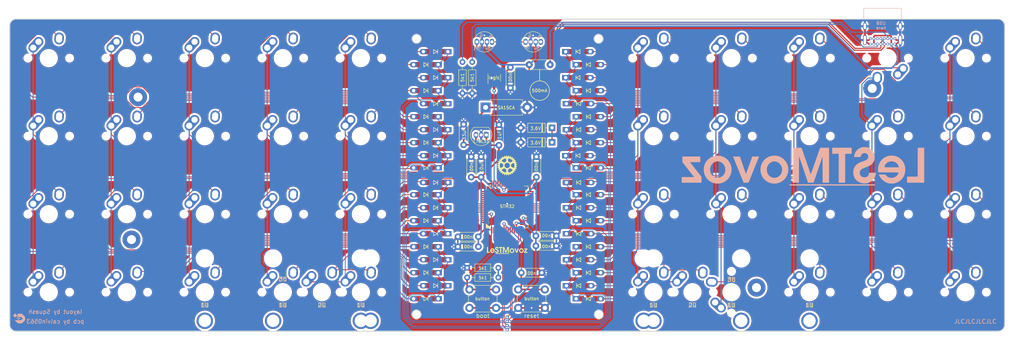
<source format=kicad_pcb>
(kicad_pcb (version 20221018) (generator pcbnew)
  (layers (0 "F.Cu" signal) (31 "B.Cu" signal) (34 "B.Paste" user) (35 "F.Paste" user) (36 "B.SilkS" user "B.Silkscreen") (37 "F.SilkS" user "F.Silkscreen") (38 "B.Mask" user) (39 "F.Mask" user) (44 "Edge.Cuts" user))
  (net 0 "")
  (net 1 "Net-(D11-A)")
  (net 2 "Net-(D12-A)")
  (net 3 "Net-(D13-A)")
  (net 4 "Net-(D14-A)")
  (net 5 "Net-(D15-A)")
  (net 6 "Net-(D16-A)")
  (net 7 "Net-(D17-A)")
  (net 8 "Net-(D18-A)")
  (net 9 "Net-(D19-A)")
  (net 10 "Net-(D20-A)")
  (net 11 "Net-(D21-A)")
  (net 12 "Net-(D22-A)")
  (net 13 "Net-(D23-A)")
  (net 14 "Net-(D24-A)")
  (net 15 "Net-(D25-A)")
  (net 16 "Net-(D26-A)")
  (net 17 "Net-(D27-A)")
  (net 18 "Net-(D28-A)")
  (net 19 "Net-(D29-A)")
  (net 20 "Net-(D30-A)")
  (net 21 "Net-(D31-A)")
  (net 22 "Net-(D1-A)")
  (net 23 "Net-(D32-A)")
  (net 24 "Net-(D2-A)")
  (net 25 "Net-(D33-A)")
  (net 26 "Net-(D3-A)")
  (net 27 "Net-(D34-A)")
  (net 28 "Net-(D4-A)")
  (net 29 "Net-(D35-A)")
  (net 30 "ROW0")
  (net 31 "Net-(D36-A)")
  (net 32 "Net-(D5-A)")
  (net 33 "Net-(D37-A)")
  (net 34 "Net-(D6-A)")
  (net 35 "Net-(D38-A)")
  (net 36 "Net-(D7-A)")
  (net 37 "Net-(D39-A)")
  (net 38 "Net-(D8-A)")
  (net 39 "Net-(D40-A)")
  (net 40 "Net-(D10-A)")
  (net 41 "+3V3")
  (net 42 "GND")
  (net 43 "NRST")
  (net 44 "+5V")
  (net 45 "VBUS")
  (net 46 "/CC1")
  (net 48 "/CC2")
  (net 50 "BOOT0")
  (net 51 "D_N")
  (net 52 "D_P")
  (net 53 "Net-(D9-A)")
  (net 54 "ROW1")
  (net 55 "ROW2")
  (net 56 "ROW3")
  (net 89 "COL0")
  (net 90 "COL1")
  (net 91 "COL2")
  (net 92 "COL3")
  (net 93 "COL4")
  (net 94 "COL5")
  (net 95 "COL6")
  (net 96 "COL7")
  (net 97 "COL8")
  (net 98 "COL9")
  (net 101 "Net-(D41-DOUT)")
  (net 102 "RGBin")
  (net 104 "RGB MCU")
  (net 105 "Net-(R3-Pad2)")
  (footprint "" (layer "F.Cu") (at 55.1375 42.8625)
    (fp_text reference "")
    (fp_text value "")
  )
  (footprint "kbd:D3_TH_SMD_v3" (layer "F.Cu") (at 162.54375 31.75)
    (fp_text reference "D6" hide)
    (fp_text value "D_Small" hide)
  )
  (footprint "Button_Switch_THT:SW_PUSH_6mm_H4.3mm" (layer "F.Cu") (at 147.9625 89.825)
    (fp_text reference "SW2" hide)
    (fp_text value "reset")
  )
  (footprint "Resistor_THT:R_Axial_DIN0204_L3.6mm_D1.6mm_P7.62mm_Horizontal" (layer "F.Cu") (at 135.478264 84.517916)
    (fp_text reference "R4" hide)
    (fp_text value "5k1")
  )
  (footprint "Fuse:Fuse_Bourns_MF-RHT100" (layer "F.Cu") (at 155.74375 35.525 180)
    (fp_text reference "F1" hide)
    (fp_text value "500mA")
  )
  (footprint "Capacitor_THT:C_Disc_D4.3mm_W1.9mm_P5.00mm" (layer "F.Cu") (at 152.4 62.396757 90)
    (fp_text reference "C9" hide)
    (fp_text value "100nF")
  )
  (footprint "MX_Alps_Hybrid:MX-Alps-Hybrid-1U" (layer "F.Cu") (at 90.4875 71.4375)
    (fp_text reference "MX24")
    (fp_text value "MX_SW_solder")
  )
  (footprint "MX_Alps_Hybrid:MX-Alps-Hybrid-1U" (layer "F.Cu") (at 257.175 33.3375)
    (fp_text reference "MX10")
    (fp_text value "MX_SW_solder")
  )
  (footprint "Resistor_THT:R_Axial_DIN0204_L3.6mm_D1.6mm_P7.62mm_Horizontal" (layer "F.Cu") (at 136.725 34.29 -90)
    (fp_text reference "R1" hide)
    (fp_text value "5k1")
  )
  (footprint "MX_Alps_Hybrid:MX-Alps-Hybrid-1U" (layer "F.Cu") (at 238.125 52.3875)
    (fp_text reference "MX19")
    (fp_text value "MX_SW_solder")
  )
  (footprint "MX_Alps_Hybrid:MX-Alps-Hybrid-1U" (layer "F.Cu") (at 109.5375 33.3375)
    (fp_text reference "MX5")
    (fp_text value "MX_SW_solder")
  )
  (footprint "MX_Alps_Hybrid:MX-Alps-Hybrid-1U" (layer "F.Cu") (at 180.975 33.3375)
    (fp_text reference "MX6")
    (fp_text value "MX_SW_solder")
  )
  (footprint "kbd:D3_TH_SMD_v3" (layer "F.Cu") (at 125.4125 34.925 180)
    (fp_text reference "D4" hide)
    (fp_text value "D_Small" hide)
  )
  (footprint "MX_Alps_Hybrid:MX-Alps-Hybrid-1U" (layer "F.Cu") (at 33.3375 71.4375)
    (fp_text reference "MX21")
    (fp_text value "MX_SW_solder")
  )
  (footprint "MountingHole:MountingHole_2.2mm_M2_Pad" (layer "F.Cu") (at 234.3875 40.7365)
    (fp_text reference "H6")
    (fp_text value "MountingHole_Pad")
  )
  (footprint "PCM_marbastlib-mx:STAB_MX_P_2u" (layer "F.Cu") (at 190.5 90.4875 180)
    (fp_text reference "S1" hide)
    (fp_text value "2")
  )
  (footprint "Capacitor_THT:C_Disc_D4.3mm_W1.9mm_P5.00mm" (layer "F.Cu") (at 136.475 62.396757 90)
    (fp_text reference "C6" hide)
    (fp_text value "100nF")
  )
  (footprint "MX_Alps_Hybrid:MX-Alps-Hybrid-1U" (layer "F.Cu") (at 90.4875 33.3375)
    (fp_text reference "MX4")
    (fp_text value "MX_SW_solder")
  )
  (footprint "Capacitor_THT:C_Disc_D4.3mm_W1.9mm_P5.00mm" (layer "F.Cu") (at 138.224728 79.368071 180)
    (fp_text reference "C7" hide)
    (fp_text value "100nF")
  )
  (footprint "MX_Alps_Hybrid:MX-Alps-Hybrid-1U" (layer "F.Cu") (at 180.975 90.4875)
    (fp_text reference "MX37")
    (fp_text value "MX_SW_solder")
  )
  (footprint "MX_Alps_Hybrid:MX-Alps-Hybrid-1U" (layer "F.Cu") (at 257.175 52.3875)
    (fp_text reference "MX20")
    (fp_text value "MX_SW_solder")
  )
  (footprint "PCM_marbastlib-mx:STAB_MX_P_3u" (layer "F.Cu") (at 200.025 90.4875 180)
    (fp_text reference "S2" hide)
    (fp_text value "3")
  )
  (footprint "kbd:D3_TH_SMD_v3" (layer "F.Cu") (at 127.79375 50.8 180)
    (fp_text reference "D12" hide)
    (fp_text value "D_Small" hide)
  )
  (footprint "MX_Alps_Hybrid:MX-Alps-Hybrid-1U" (layer "F.Cu") (at 200.025 71.4375)
    (fp_text reference "MX27")
    (fp_text value "MX_SW_solder")
  )
  (footprint "MX_Alps_Hybrid:MX-Alps-Hybrid-1U" (layer "F.Cu") (at 33.3375 33.3375)
    (fp_text reference "MX1")
    (fp_text value "MX_SW_solder")
  )
  (footprint "MX_Alps_Hybrid:MX-Alps-Hybrid-1U" (layer "F.Cu") (at 190.5 90.4875)
    (fp_text reference "MX38")
    (fp_text value "MX_SW_solder")
  )
  (footprint "Diode_THT:D_DO-35_SOD27_P7.62mm_Horizontal" (layer "F.Cu") (at 156.21 53.9 180)
    (fp_text reference "D45" hide)
    (fp_text value "3.6V")
  )
  (footprint "MX_Alps_Hybrid:MX-Alps-Hybrid-1U" (layer "F.Cu") (at 52.3875 52.3875)
    (fp_text reference "MX12")
    (fp_text value "MX_SW_solder")
  )
  (footprint "kbd:D3_TH_SMD_v3" (layer "F.Cu") (at 127.79375 38.1 180)
    (fp_text reference "D3" hide)
    (fp_text value "D_Small" hide)
  )
  (footprint "kbd:D3_TH_SMD_v3" (layer "F.Cu") (at 162.54375 38.1)
    (fp_text reference "D8" hide)
    (fp_text value "D_Small" hide)
  )
  (footprint "kbd:D3_TH_SMD_v3" (layer "F.Cu") (at 165.1 60.125)
    (fp_text reference "D16" hide)
    (fp_text value "D_Small" hide)
  )
  (footprint "MX_Alps_Hybrid:MX-Alps-Hybrid-1U" (layer "F.Cu") (at 90.4875 90.4875)
    (fp_text reference "MX34")
    (fp_text value "MX_SW_solder")
  )
  (footprint "Capacitor_THT:C_Disc_D4.3mm_W1.9mm_P5.00mm" (layer "F.Cu") (at 134.625429 49.502571 -90)
    (fp_text reference "C1" hide)
    (fp_text value "0.33uF")
  )
  (footprint "kbd:D3_TH_SMD_v3" (layer "F.Cu") (at 165.1 41.275)
    (fp_text reference "D9" hide)
    (fp_text value "D_Small" hide)
  )
  (footprint "kbd:D3_TH_SMD_v3" (layer "F.Cu") (at 125.4125 66.675 180)
    (fp_text reference "D24" hide)
    (fp_text value "D_Small" hide)
  )
  (footprint "MX_Alps_Hybrid:MX-Alps-Hybrid-1U" (layer "F.Cu") (at 238.125 90.4875)
    (fp_text reference "MX41")
    (fp_text value "MX_SW_solder")
  )
  (footprint "kbd:D3_TH_SMD_v3" (layer "F.Cu") (at 165.1 85.725)
    (fp_text reference "D38" hide)
    (fp_text value "D_Small" hide)
  )
  (footprint "kbd:D3_TH_SMD_v3" (layer "F.Cu") (at 165.1 73.025)
    (fp_text reference "D29" hide)
    (fp_text value "D_Small" hide)
  )
  (footprint "Resistor_THT:R_Axial_DIN0204_L3.6mm_D1.6mm_P7.62mm_Horizontal" (layer "F.Cu") (at 134.34375 34.29 -90)
    (fp_text reference "R2" hide)
    (fp_text value "5k1")
  )
  (footprint "MX_Alps_Hybrid:MX-Alps-Hybrid-1U" (layer "F.Cu") (at 219.075 71.4375)
    (fp_text reference "MX28")
    (fp_text value "MX_SW_solder")
  )
  (footprint "MX_Alps_Hybrid:MX-Alps-Hybrid-1U" (layer "F.Cu") (at 219.075 33.3375)
    (fp_text reference "MX8")
    (fp_text value "MX_SW_solder")
  )
  (footprint "kbd:D3_TH_SMD_v3" (layer "F.Cu") (at 165.1 53.975)
    (fp_text reference "D18" hide)
    (fp_text value "D_Small" hide)
  )
  (footprint "MX_Alps_Hybrid:MX-Alps-Hybrid-1U" (layer "F.Cu") (at 219.075 52.3875)
    (fp_text reference "MX18")
    (fp_text value "MX_SW_solder")
  )
  (footprint "kbd:D3_TH_SMD_v3" (layer "F.Cu") (at 165.1 34.925)
    (fp_text reference "D7" hide)
    (fp_text value "D_Small" hide)
  )
  (footprint "kbd:D3_TH_SMD_v3" (layer "F.Cu") (at 127.79375 88.9 180)
    (fp_text reference "D34" hide)
    (fp_text value "D_Small" hide)
  )
  (footprint "kbd:D3_TH_SMD_v3" (layer "F.Cu") (at 165.1 47.625)
    (fp_text reference "D20" hide)
    (fp_text value "D_Small" hide)
  )
  (footprint "MX_Alps_Hybrid:MX-Alps-Hybrid-1U" (layer "F.Cu") (at 71.4375 90.4875)
    (fp_text reference "MX33")
    (fp_text value "MX_SW_solder")
  )
  (footprint "kbd:D3_TH_SMD_v3" (layer "F.Cu") (at 125.4125 53.975 180)
    (fp_text reference "D13" hide)
    (fp_text value "D_Small" hide)
  )
  (footprint "Diode_THT:D_DO-15_P10.16mm_Horizontal" (layer "F.Cu") (at 139.987678 45.367784)
    (fp_text reference "D43" hide)
    (fp_text value "SA15CA")
  )
  (footprint "kbd:D3_TH_SMD_v3" (layer "F.Cu") (at 125.4125 60.125 180)
    (fp_text reference "D15" hide)
    (fp_text value "D_Small" hide)
  )
  (footprint "MX_Alps_Hybrid:MX-Alps-Hybrid-1U" (layer "F.Cu") (at 71.4375 71.4375)
    (fp_text reference "MX23")
    (fp_text value "MX_SW_solder")
  )
  (footprint "kbd:D3_TH_SMD_v3" (layer "F.Cu") (at 125.4125 85.725 180)
    (fp_text reference "D33" hide)
    (fp_text value "D_Small" hide)
  )
  (footprint "kbd:D3_TH_SMD_v3" (layer "F.Cu") (at 162.71875 44.45)
    (fp_text reference "D10" hide)
    (fp_text value "D_Small" hide)
  )
  (footprint "kbd:D3_TH_SMD_v3" (layer "F.Cu") (at 165.1 92.075)
    (fp_text reference "D36" hide)
    (fp_text value "D_Small" hide)
  )
  (footprint "MX_Alps_Hybrid:MX-Alps-Hybrid-1U" (layer "F.Cu") (at 90.4875 52.3875)
    (fp_text reference "MX14")
    (fp_text value "MX_SW_solder")
  )
  (footprint "kbd:D3_TH_SMD_v3" (layer "F.Cu") (at 162.71875 50.8)
    (fp_text reference "D19" hide)
    (fp_text value "D_Small" hide)
  )
  (footprint "LOGO" (layer "F.Cu") (at 145.25625 80.16875)
    (fp_text reference "G***" hide)
    (fp_text value "LOGO" hide)
  )
  (footprint "kbd:D3_TH_SMD_v3" (layer "F.Cu") (at 127.79375 31.75 180)
    (fp_text reference "D5" hide)
    (fp_text value "D_Small" hide)
  )
  (footprint "Package_TO_SOT_THT:TO-92_Inline" (layer "F.Cu") (at 140.17625 52.091988 180)
    (fp_text reference "U2" hide)
    (fp_text value "L78L33_TO92")
  )
  (footprint "Capacitor_THT:C_Disc_D4.3mm_W1.9mm_P5.00mm" (layer "F.Cu") (at 138.90625 62.396757 90)
    (fp_text reference "C11" hide)
    (fp_text value "10uF")
  )
  (footprint "PCM_marbastlib-mx:STAB_MX_P_3u" (layer "F.Cu") (at 90.4875 90.4875 180)
    (fp_text reference "S3" hide)
    (fp_text value "3")
  )
  (footprint "kbd:D3_TH_SMD_v3" (layer "F.Cu") (at 127.79375 69.85 180)
    (fp_text reference "D23" hide)
    (fp_text value "D_Small" hide)
  )
  (footprint "MX_Alps_Hybrid:MX-Alps-Hybrid-1U" (layer "F.Cu") (at 200.025 52.3875)
    (fp_text reference "MX17")
    (fp_text value "MX_SW_solder")
  )
  (footprint "kbd:D3_TH_SMD_v3" (layer "F.Cu") (at 165.1 66.675)
    (fp_text reference "D27" hide)
    (fp_text value "D_Small" hide)
  )
  (footprint "kbd:D3_TH_SMD_v3" (layer "F.Cu") (at 125.4125 41.275 180)
    (fp_text reference "D2" hide)
    (fp_text value "D_Small" hide)
  )
  (footprint "Capacitor_THT:C_Disc_D4.3mm_W1.9mm_P5.00mm" (layer "F.Cu") (at 152.268053 76.738522)
    (fp_text reference "C10" hide)
    (fp_text value "100nF")
  )
  (footprint "LOGO" (layer "F.Cu") (at 145.25625 59.53125)
    (fp_text reference "G***" hide)
    (fp_text value "LOGO" hide)
  )
  (footprint "MX_Alps_Hybrid:MX-Alps-Hybrid-1U" (layer "F.Cu") (at 180.975 52.3875)
    (fp_text reference "MX16")
    (fp_text value "MX_SW_solder")
  )
  (footprint "kbd:D3_TH_SMD_v3" (layer "F.Cu") (at 162.71875 82.55)
    (fp_text reference "D39" hide)
    (fp_text value "D_Small" hide)
  )
  (footprint "kbd:D3_TH_SMD_v3" (layer "F.Cu") (at 162.54375 57.15)
    (fp_text reference "D17" hide)
    (fp_text value "D_Small" hide)
  )
  (footprint "MX_Alps_Hybrid:MX-Alps-Hybrid-1U" (layer "F.Cu") (at 33.3375 90.4875)
    (fp_text reference "MX31")
    (fp_text value "MX_SW_solder")
  )
  (footprint "PCM_marbastlib-mx:STAB_MX_P_2u" (layer "F.Cu") (at 100.0125 90.4875 180)
    (fp_text reference "S4" hide)
    (fp_text value "2")
  )
  (footprint "kbd:D3_TH_SMD_v3" (layer "F.Cu") (at 165.1 79.375)
    (fp_text reference "D40" hide)
    (fp_text value "D_Small" hide)
  )
  (footprint "MX_Alps_Hybrid:MX-Alps-Hybrid-1U" (layer "F.Cu") (at 180.975 71.4375)
    (fp_text reference "MX26")
    (fp_text value "MX_SW_solder")
  )
  (footprint "kbd:D3_TH_SMD_v3" (layer "F.Cu") (at 127.79375 44.45 180)
    (fp_text reference "D1" hide)
    (fp_text value "D_Small" hide)
  )
  (footprint "Resistor_THT:R_Axial_DIN0204_L3.6mm_D1.6mm_P7.62mm_Horizontal" (layer "F.Cu") (at 135.478264 86.899166)
    (fp_text reference "R3" hide)
    (fp_text value "5k1")
  )
  (footprint "kbd:D3_TH_SMD_v3" (layer "F.Cu") (at 162.71875 76.2)
    (fp_text reference "D30" hide)
    (fp_text value "D_Small" hide)
  )
  (footprint "Capacitor_THT:C_Disc_D4.3mm_W1.9mm_P5.00mm" (layer "F.Cu") (at 138.224728 76.936821 180)
    (fp_text reference "C8" hide)
    (fp_text value "100nF")
  )
  (footprint "MX_Alps_Hybrid:MX-Alps-Hybrid-1U" (layer "F.Cu") (at 52.3875 90.4875)
    (fp_text reference "MX32")
    (fp_text value "MX_SW_solder")
  )
  (footprint "Package_TO_SOT_SMD:TSOT-23-5_HandSoldering" (layer "F.Cu") (at 142.08125 38.1 90)
    (fp_text reference "U3" hide)
    (fp_text value "74AHCT1G125")
  )
  (footprint "kbd:D3_TH_SMD_v3" (layer "F.Cu") (at 125.4125 79.375 180)
    (fp_text reference "D31" hide)
    (fp_text value "D_Small" hide)
  )
  (footprint "MX_Alps_Hybrid:MX-Alps-Hybrid-1U" (layer "F.Cu") (at 71.4375 33.3375)
    (fp_text reference "MX3")
    (fp_text value "MX_SW_solder")
  )
  (footprint "kbd:D3_TH_SMD_v3" (layer "F.Cu") (at 162.71875 69.85)
    (fp_text reference "D28" hide)
    (fp_text value "D_Small" hide)
  )
  (footprint "MX_Alps_Hybrid:MX-Alps-Hybrid-1U" (layer "F.Cu") (at 238.125 71.4375)
    (fp_text reference "MX29")
    (fp_text value "MX_SW_solder")
  )
  (footprint "MX_Alps_Hybrid:MX-Alps-Hybrid-1U" (layer "F.Cu") (at 200.025 90.4875 90)
    (fp_text reference "MX39")
    (fp_text value "MX_SW_solder")
  )
  (footprint "kbd:D3_TH_SMD_v3" (layer "F.Cu") (at 125.4125 47.625 180)
    (fp_text reference "D11" hide)
    (fp_text value "D_Small" hide)
  )
  (footprint "MX_Alps_Hybrid:MX-Alps-Hybrid-1U" (layer "F.Cu") (at 200.025 33.3375)
    (fp_text reference "MX7")
    (fp_text value "MX_SW_solder")
  )
  (footprint "MX_Alps_Hybrid:MX-Alps-Hybrid-1U" (layer "F.Cu") (at 52.3875 71.4375)
    (fp_text reference "MX22")
    (fp_text value "MX_SW_solder")
  )
  (footprint "MX_Alps_Hybrid:MX-Alps-Hybrid-1U" (layer "F.Cu") (at 238.125 33.3375 180)
    (fp_text reference "MX9")
    (fp_text value "MX_SW_solder")
  )
  (footprint "Capacitor_THT:C_Disc_D4.3mm_W1.9mm_P5.00mm" (layer "F.Cu") (at 148.7125 85.725)
    (fp_text reference "C4" hide)
    (fp_text value "100nF")
  )
  (footprint "kbd:D3_TH_SMD_v3" (layer "F.Cu") (at 162.71875 88.9)
    (fp_text reference "D37" hide)
    (fp_text value "D_Small" hide)
  )
  (footprint "kbd:D3_TH_SMD_v3" (layer "F.Cu") (at 127.79375 76.2 180)
    (fp_text reference "D21" hide)
    (fp_text value "D_Small" hide)
  )
  (footprint "Capacitor_THT:C_Disc_D4.3mm_W1.9mm_P5.00mm" (layer "F.Cu") (at 152.268053 79.169772)
    (fp_text reference "C5" hide)
    (fp_text value "100nF")
  )
  (footprint "MX_Alps_Hybrid:MX-Alps-Hybrid-1U" (layer "F.Cu") (at 109.5375 52.3875)
    (fp_text reference "MX15")
    (fp_text value "MX_SW_solder")
  )
  (footprint "" (layer "F.Cu") (at 206.1375 89.3715)
    (fp_text reference "")
    (fp_text value "")
  )
  (footprint "" (layer "F.Cu") (at 53.5375 77.6365)
    (fp_text reference "")
    (fp_text value "")
  )
  (footprint "MX_Alps_Hybrid:MX-Alps-Hybrid-1U" (layer "F.Cu") (at 109.5375 71.4375)
    (fp_text reference "MX25")
    (fp_text value "MX_SW_solder")
  )
  (footprint "MX_Alps_Hybrid:MX-Alps-Hybrid-1U" (layer "F.Cu") (at 100.0125 90.4875)
    (fp_text reference "MX36")
    (fp_text value "MX_SW_solder")
  )
  (footprint "MX_Alps_Hybrid:MX-Alps-Hybrid-1U" (layer "F.Cu") (at 71.4375 52.3875)
    (fp_text reference "MX13")
    (fp_text value "MX_SW_solder")
  )
  (footprint "Package_QFP:LQFP-64_10x10mm_P0.5mm" (layer "F.Cu") (at 145.25625 69.668597 90)
    (fp_text reference "U1" hide)
    (fp_text value "STM32F072RBTx")
  )
  (footprint "MX_Alps_Hybrid:MX-Alps-Hybrid-1U" (layer "F.Cu") (at 219.075 90.4875)
    (fp_text reference "MX40")
    (fp_text value "MX_SW_solder")
  )
  (footprint "kbd:D3_TH_SMD_v3" (layer "F.Cu") (at 127.79375 63.7 180)
    (fp_text reference "D25" hide)
    (fp_text value "D_Small" hide)
  )
  (footprint "kbd:D3_TH_SMD_v3" (layer "F.Cu") (at 125.4125 73.025 180)
    (fp_text reference "D22" hide)
    (fp_text value "D_Small" hide)
  )
  (footprint "Capacitor_THT:C_Disc_D4.3mm_W1.9mm_P5.00mm" (layer "F.Cu") (at 146.05 35.6 -90)
    (fp_text reference "C3" hide)
    (fp_text value "100nF")
  )
  (footprint "MX_Alps_Hybrid:MX-Alps-Hybrid-1U" (layer "F.Cu") (at 52.3875 33.3375)
    (fp_text reference "MX2")
    (fp_text value "MX_SW_solder")
  )
  (footprint "kbd:D3_TH_SMD_v3" (layer "F.Cu") (at 127.79375 82.55 180)
    (fp_text reference "D32" hide)
    (fp_text value "D_Small" hide)
  )
  (footprint "MX_Alps_Hybrid:MX-Alps-Hybrid-1U" (layer "F.Cu") (at 33.3375 52.3875)
    (fp_text reference "MX11")
    (fp_text value "MX_SW_solder")
  )
  (footprint "MX_Alps_Hybrid:MX-Alps-Hybrid-1U" (layer "F.Cu") (at 257.175 90.4875)
    (fp_text reference "MX42")
    (fp_text value "MX_SW_solder")
  )
  (footprint "MX_Alps_Hybrid:MX-Alps-Hybrid-1U" (layer "F.Cu") (at 257.175 71.4375)
    (fp_text reference "MX30")
    (fp_text value "MX_SW_solder")
  )
  (footprint "MX_Alps_Hybrid:MX-Alps-Hybrid-1U" (layer "F.Cu") (at 109.5375 90.4875)
    (fp_text reference "MX35")
    (fp_text value "MX_SW_solder")
  )
  (footprint "Capacitor_THT:C_Disc_D4.3mm_W1.9mm_P5.00mm" (layer "F.Cu") (at 143.250429 49.600098 -90)
    (fp_text reference "C2" hide)
    (fp_text value "1uF")
  )
  (footprint "kbd:D3_TH_SMD_v3" (layer "F.Cu") (at 127.79375 57.15 180)
    (fp_text reference "D14" hide)
    (fp_text value "D_Small" hide)
  )
  (footprint "Button_Switch_THT:SW_PUSH_6mm_H4.3mm" (layer "F.Cu") (at 142.55 94.325 180)
    (fp_text reference "SW1" hide)
    (fp_text value "boot")
  )
  (footprint "kbd:D3_TH_SMD_v3" (layer "F.Cu") (at 125.4125 92.075 180)
    (fp_text reference "D35" hide)
    (fp_text value "D_Small" hide)
  )
  (footprint "Diode_THT:D_DO-35_SOD27_P7.62mm_Horizontal" (layer "F.Cu") (at 156.21 50.35 180)
    (fp_text reference "D44" hide)
    (fp_text value "3.6V")
  )
  (footprint "kbd:D3_TH_SMD_v3" (layer "F.Cu") (at 162.71875 63.7)
    (fp_text reference "D26" hide)
    (fp_text value "D_Small" hide)
  )
  (footprint "kbd:NeoPixel_bulb_5mm_Adafruit_1938" (layer "B.Cu") (at 139.7 29.36875)
    (fp_text reference "D41" hide)
    (fp_text value "WS2812D-F5 ")
  )
  (footprint "LOGO" (layer "B.Cu") (at 217.4875 59.53125 180)
    (fp_text reference "G***" hide)
    (fp_text value "LOGO" hide)
  )
  (footprint "kbd:NeoPixel_bulb_5mm_Adafruit_1938" (layer "B.Cu") (at 151.60625 29.36875)
    (fp_text reference "D42" hide)
    (fp_text value "WS2812D-F5 ")
  )
  (footprint "Connector_USB:USB_C_Receptacle_GCT_USB4085" (layer "B.Cu") (at 233.938179 29.91875)
    (fp_text reference "J1" hide)
    (fp_text value "USB_C_Receptacle_USB2.0")
  )
  (footprint "LOGO" (layer "B.Cu") (at 26.19375 96.8375 180)
    (fp_text reference "G***" hide)
    (fp_text value "LOGO" hide)
  )
  (gr_line (start 214.3125 64.29375) (end 234.95 64.29375) (stroke (width 0.3)) (layer "B.SilkS"))
  (gr_poly (pts (xy 140.14625 74.778597) (xy 140.14625 73.828597) (xy 141.09625 74.778597)) (stroke (width 0.15)) (fill solid) (layer "F.SilkS"))
  (gr_circle (center 153.19375 41.275) (end 153.19375 43.65625) (stroke (width 0.15)) (fill none) (layer "F.SilkS"))
  (gr_line (start 153.19375 38.89375) (end 153.19375 36.116) (stroke (width 0.15)) (layer "F.SilkS"))
  (gr_line (start 142.5 81.0625) (end 145.7 81.0625) (stroke (width 0.15)) (layer "F.SilkS"))
  (gr_arc (start 23.8125 25.4) (mid 24.277497 24.277497) (end 25.4 23.8125) (stroke (width 0.2)) (layer "Edge.Cuts"))
  (gr_line (start 266.7 25.4) (end 266.7 98.425) (stroke (width 0.2)) (layer "Edge.Cuts"))
  (gr_line (start 265.1125 100.0125) (end 25.4 100.0125) (stroke (width 0.2)) (layer "Edge.Cuts"))
  (gr_circle locked (center 167.6278 95.9235) (end 168.7278 95.9235) (stroke (width 0.2)) (fill none) (layer "Edge.Cuts"))
  (gr_arc (start 266.7 98.425) (mid 266.235044 99.547566) (end 265.1125 100.0125) (stroke (width 0.2)) (layer "Edge.Cuts"))
  (gr_arc (start 25.4 100.0125) (mid 24.277468 99.547532) (end 23.8125 98.425) (stroke (width 0.2)) (layer "Edge.Cuts"))
  (gr_circle locked (center 123.1143 95.9235) (end 124.2143 95.9235) (stroke (width 0.2)) (fill none) (layer "Edge.Cuts"))
  (gr_line (start 25.4 23.8125) (end 265.1125 23.8125) (stroke (width 0.2)) (layer "Edge.Cuts"))
  (gr_line (start 23.8125 25.4) (end 23.8125 98.425) (stroke (width 0.2)) (layer "Edge.Cuts"))
  (gr_circle locked (center 123.1397 28.6135) (end 124.2397 28.6135) (stroke (width 0.2)) (fill none) (layer "Edge.Cuts"))
  (gr_arc (start 265.1125 23.8125) (mid 266.235035 24.27748) (end 266.7 25.4) (stroke (width 0.2)) (layer "Edge.Cuts"))
  (gr_circle locked (center 167.568 28.6135) (end 168.668 28.6135) (stroke (width 0.2)) (fill none) (layer "Edge.Cuts"))
  (gr_text "3U" (at 90.4875 87.3125) (layer "B.SilkS") (effects (font (size 1 1)) (justify mirror)))
  (gr_text "2U" (at 100.0125 93.6625) (layer "B.SilkS") (effects (font (size 1 1)) (justify mirror)))
  (gr_text "1U" (at 109.5375 93.6625) (layer "B.SilkS") (effects (font (size 1 1)) (justify mirror)))
  (gr_text "1U" (at 180.975 93.6625) (layer "B.SilkS") (effects (font (size 1 1)) (justify mirror)))
  (gr_text "layout by Squash" (at 34.925 95.25) (layer "B.SilkS") (effects (font (size 1 1)) (justify mirror)))
  (gr_text "USB\nhere" (at 236.5375 25.4) (layer "B.SilkS") (effects (font (size 0.75 0.75) (thickness 0.125) bold) (justify mirror)))
  (gr_text "2U" (at 190.5 93.6625) (layer "B.SilkS") (effects (font (size 1 1)) (justify mirror)))
  (gr_text "1U" (at 90.4875 93.6625) (layer "B.SilkS") (effects (font (size 1 1)) (justify mirror)))
  (gr_text "pcb by calvin0563\n" (at 34.925 97.63125) (layer "B.SilkS") (effects (font (size 1 1)) (justify mirror)))
  (gr_text "1U" (at 219.075 93.6625) (layer "B.SilkS") (effects (font (size 1 1)) (justify mirror)))
  (gr_text "1U" (at 200.025 93.6625) (layer "B.SilkS") (effects (font (size 1 1)) (justify mirror)))
  (gr_text "3U" (at 200.024999 87.454823) (layer "B.SilkS") (effects (font (size 1 1)) (justify mirror)))
  (gr_text "JLCJLCJLCJLC" (at 259.55625 97.63125) (layer "B.SilkS") (effects (font (size 1 1))))
  (gr_text "1U" (at 71.4375 93.6625) (layer "B.SilkS") (effects (font (size 1 1)) (justify mirror)))
  (gr_text "5k1" (at 139.294211 84.621946) (layer "F.SilkS") (effects (font (size 0.75 0.75) (thickness 0.125) bold)))
  (gr_text "500mA" (at 153.19375 41.275) (layer "F.SilkS") (effects (font (size 0.75 0.75) (thickness 0.125) bold)))
  (gr_text "5k1" (at 136.725 38.1 90) (layer "F.SilkS") (effects (font (size 0.8 0.8) (thickness 0.125))))
  (gr_text "3.6V" (at 152.191842 50.504488) (layer "F.SilkS") (effects (font (size 0.8 0.8) (thickness 0.125))))
  (gr_text "reset\n" (at 151.218121 96.24375) (layer "F.SilkS") (effects (font (size 1 1) (thickness 0.125) bold)))
  (gr_text "100nF" (at 154.778444 79.329155) (layer "F.SilkS") (effects (font (size 0.75 0.75) (thickness 0.125) bold)))
  (gr_text "STM32" (at 145.25625 69.540507) (layer "F.SilkS") (effects (font (size 0.75 0.75) (thickness 0.125) bold)))
  (gr_text "1uF" (at 143.395389 52.091988 90) (layer "F.SilkS") (effects (font (size 0.8 0.8) (thickness 0.125))))
  (gr_text "2U" (at 190.5 93.6625) (layer "F.SilkS") (effects (font (size 1 1))))
  (gr_text "1U" (at 109.5375 93.6625) (layer "F.SilkS") (effects (font (size 1 1))))
  (gr_text "100nF" (at 135.73125 79.38478) (layer "F.SilkS") (effects (font (size 0.75 0.75) (thickness 0.125) bold)))
  (gr_text "100nF" (at 151.228179 85.874439) (layer "F.SilkS") (effects (font (size 0.75 0.75) (thickness 0.125) bold)))
  (gr_text ".33uF" (at 134.801426 52.091988 90) (layer "F.SilkS") (effects (font (size 0.8 0.8) (thickness 0.125))))
  (gr_text "button" (at 151.251661 92.05235) (layer "F.SilkS") (effects (font (size 0.75 0.75) (thickness 0.125) bold)))
  (gr_text "100nF" (at 154.78125 76.684257) (layer "F.SilkS") (effects (font (size 0.75 0.75) (thickness 0.125) bold)))
  (gr_text "1U" (at 90.4875 93.6625) (layer "F.SilkS") (effects (font (size 1 1))))
  (gr_text "1U" (at 180.975 93.6625) (layer "F.SilkS") (effects (font (size 1 1))))
  (gr_text "100nF" (at 152.382887 59.893939 90) (layer "F.SilkS") (effects (font (size 0.75 0.75) (thickness 0.125) bold)))
  (gr_text "100nF" (at 135.73125 76.99375) (layer "F.SilkS") (effects (font (size 0.75 0.75) (thickness 0.125) bold)))
  (gr_text "logic" (at 142.08125 38.1) (layer "F.SilkS") (effects (font (size 0.75 0.75) (thickness 0.125) bold)))
  (gr_text "1U" (at 219.075 93.6625) (layer "F.SilkS") (effects (font (size 1 1))))
  (gr_text "button" (at 139.224343 92.075) (layer "F.SilkS") (effects (font (size 0.75 0.75) (thickness 0.125) bold)))
  (gr_text "boot" (at 139.301495 96.24375) (layer "F.SilkS") (effects (font (size 1 1) (thickness 0.125) bold)))
  (gr_text "3U" (at 200.025 87.4125) (layer "F.SilkS") (effects (font (size 1 1))))
  (gr_text "100nF" (at 146.05 38.1 90) (layer "F.SilkS") (effects (font (size 0.75 0.75) (thickness 0.125) bold)))
  (gr_text "3.6V" (at 152.191842 54.005638) (layer "F.SilkS") (effects (font (size 0.8 0.8) (thickness 0.125))))
  (gr_text "SA15CA" (at 145.039059 45.443598) (layer "F.SilkS") (effects (font (size 0.75 0.75) (thickness 0.125) bold)))
  (gr_text "1U" (at 200.025 93.6625) (layer "F.SilkS") (effects (font (size 1 1))))
  (gr_text "3U" (at 90.4875 87.3125) (layer "F.SilkS") (effects (font (size 1 1))))
  (gr_text "100nF" (at 136.560107 59.910124 90) (layer "F.SilkS") (effects (font (size 0.75 0.75) (thickness 0.125) bold)))
  (gr_text "5k1" (at 139.306615 86.962515) (layer "F.SilkS") (effects (font (size 0.75 0.75) (thickness 0.125) bold)))
  (gr_text "L78L33" (at 138.90625 53.679488) (layer "F.SilkS") (effects (font (size 0.7 0.7) (thickness 0.125) bold)))
  (gr_text "1U" (at 71.4375 93.6625) (layer "F.SilkS") (effects (font (size 1 1))))
  (gr_text "2U" (at 100.0125 93.6625) (layer "F.SilkS") (effects (font (size 1 1))))
  (gr_text "5k1" (at 134.34375 38.1 90) (layer "F.SilkS") (effects (font (size 0.8 0.8) (thickness 0.125))))
  (gr_text "10uF" (at 139.016534 59.920396 90) (layer "F.SilkS") (effects (font (size 0.8 0.8) (thickness 0.125))))
  (segment (start 39.9225 43.2625) (end 35.8775 47.3075) (width 0.2) (layer "F.Cu") (net 1))
  (segment (start 58.3375 43.2625) (end 115.603308 43.2625) (width 0.2) (layer "F.Cu") (net 1))
  (segment (start 56.2375 45.3625) (end 54.101966 45.3625) (width 0.2) (layer "F.Cu") (net 1))
  (segment (start 119.965806 47.625) (end 122.4125 47.625) (width 0.2) (layer "F.Cu") (net 1))
  (segment (start 58.3375 43.2625) (end 56.2375 45.3625) (width 0.2) (layer "F.Cu") (net 1))
  (segment (start 52.001966 43.2625) (end 39.9225 43.2625) (width 0.2) (layer "F.Cu") (net 1))
  (segment (start 115.603308 43.2625) (end 119.965806 47.625) (width 0.2) (layer "F.Cu") (net 1))
  (segment (start 54.101966 45.3625) (end 52.001966 43.2625) (width 0.2) (layer "F.Cu") (net 1))
  (segment (start 54.9275 47.3075) (end 58.5725 43.6625) (width 0.2) (layer "F.Cu") (net 2))
  (segment (start 118.275 46.49988) (end 118.275 49.2125) (width 0.2) (layer "F.Cu") (net 2))
  (segment (start 58.5725 43.6625) (end 115.437622 43.6625) (width 0.2) (layer "F.Cu") (net 2))
  (segment (start 119.8625 50.8) (end 124.79375 50.8) (width 0.2) (layer "F.Cu") (net 2))
  (segment (start 118.275 49.2125) (end 119.8625 50.8) (width 0.2) (layer "F.Cu") (net 2))
  (segment (start 115.437622 43.6625) (end 118.275 46.49988) (width 0.2) (layer "F.Cu") (net 2))
  (segment (start 73.9775 47.3075) (end 77.2225 44.0625) (width 0.2) (layer "F.Cu") (net 3))
  (segment (start 77.2225 44.0625) (end 115.271936 44.0625) (width 0.2) (layer "F.Cu") (net 3))
  (segment (start 115.271936 44.0625) (end 117.875 46.665565) (width 0.2) (layer "F.Cu") (net 3))
  (segment (start 117.875 52.7875) (end 119.0625 53.975) (width 0.2) (layer "F.Cu") (net 3))
  (segment (start 119.0625 53.975) (end 122.4125 53.975) (width 0.2) (layer "F.Cu") (net 3))
  (segment (start 117.875 46.665565) (end 117.875 52.7875) (width 0.2) (layer "F.Cu") (net 3))
  (segment (start 117.475 46.83125) (end 117.475 55.5625) (width 0.2) (layer "F.Cu") (net 4))
  (segment (start 95.8725 44.4625) (end 115.10625 44.4625) (width 0.2) (layer "F.Cu") (net 4))
  (segment (start 117.475 55.5625) (end 119.0625 57.15) (width 0.2) (layer "F.Cu") (net 4))
  (segment (start 115.10625 44.4625) (end 117.475 46.83125) (width 0.2) (layer "F.Cu") (net 4))
  (segment (start 119.0625 57.15) (end 124.79375 57.15) (width 0.2) (layer "F.Cu") (net 4))
  (segment (start 93.0275 47.3075) (end 95.8725 44.4625) (width 0.2) (layer "F.Cu") (net 4))
  (segment (start 117.075 46.996936) (end 117.075 58.3375) (width 0.2) (layer "F.Cu") (net 5))
  (segment (start 114.940564 44.8625) (end 117.075 46.996936) (width 0.2) (layer "F.Cu") (net 5))
  (segment (start 112.0775 47.3075) (end 114.5225 44.8625) (width 0.2) (layer "F.Cu") (net 5))
  (segment (start 112.0775 47.3075) (end 112.0775 47.8475) (width 0.2) (layer "F.Cu") (net 5))
  (segment (start 112.0775 47.8475) (end 112.0375 47.8875) (width 0.2) (layer "F.Cu") (net 5))
  (segment (start 119.0625 60.325) (end 122.4125 60.325) (width 0.2) (layer "F.Cu") (net 5))
  (segment (start 114.5225 44.8625) (end 114.940564 44.8625) (width 0.2) (layer "F.Cu") (net 5))
  (segment (start 117.075 58.3375) (end 119.0625 60.325) (width 0.2) (layer "F.Cu") (net 5))
  (segment (start 173.0375 60.325) (end 168.1 60.325) (width 0.2) (layer "F.Cu") (net 6))
  (segment (start 174.23125 59.13125) (end 173.0375 60.325) (width 0.2) (layer "F.Cu") (net 6))
  (segment (start 175.584436 44.8625) (end 174.23125 46.215686) (width 0.2) (layer "F.Cu") (net 6))
  (segment (start 174.23125 46.215686) (end 174.23125 59.13125) (width 0.2) (layer "F.Cu") (net 6))
  (segment (start 183.515 47.3075) (end 181.07 44.8625) (width 0.2) (layer "F.Cu") (net 6))
  (segment (start 181.07 44.8625) (end 175.584436 44.8625) (width 0.2) (layer "F.Cu") (net 6))
  (segment (start 173.83125 46.05) (end 173.83125 55.5625) (width 0.2) (layer "F.Cu") (net 7))
  (segment (start 175.41875 44.4625) (end 199.72 44.4625) (width 0.2) (layer "F.Cu") (net 7))
  (segment (start 172.24375 57.15) (end 165.54375 57.15) (width 0.2) (layer "F.Cu") (net 7))
  (segment (start 175.41875 44.4625) (end 173.83125 46.05) (width 0.2) (layer "F.Cu") (net 7))
  (segment (start 173.83125 55.5625) (end 172.24375 57.15) (width 0.2) (layer "F.Cu") (net 7))
  (segment (start 202.565 47.3075) (end 199.72 44.4625) (width 0.2) (layer "F.Cu") (net 7))
  (segment (start 172.24375 53.975) (end 167.30625 53.975) (width 0.2) (layer "F.Cu") (net 8))
  (segment (start 221.615 47.3075) (end 218.37 44.0625) (width 0.2) (layer "F.Cu") (net 8))
  (segment (start 175.253064 44.0625) (end 218.37 44.0625) (width 0.2) (layer "F.Cu") (net 8))
  (segment (start 175.253064 44.0625) (end 173.43125 45.884315) (width 0.2) (layer "F.Cu") (net 8))
  (segment (start 173.43125 45.884315) (end 173.43125 52.7875) (width 0.2) (layer "F.Cu") (net 8))
  (segment (start 173.43125 52.7875) (end 172.24375 53.975) (width 0.2) (layer "F.Cu") (net 8))
  (segment (start 175.087378 43.6625) (end 237.02 43.6625) (width 0.2) (layer "F.Cu") (net 9))
  (segment (start 173.03125 45.71863) (end 173.03125 50.0125) (width 0.2) (layer "F.Cu") (net 9))
  (segment (start 173.03125 50.0125) (end 172.24375 50.8) (width 0.2) (layer "F.Cu") (net 9))
  (segment (start 172.24375 50.8) (end 165.71875 50.8) (width 0.2) (layer "F.Cu") (net 9))
  (segment (start 175.087378 43.6625) (end 173.03125 45.71863) (width 0.2) (layer "F.Cu") (net 9))
  (segment (start 240.665 47.3075) (end 237.02 43.6625) (width 0.2) (layer "F.Cu") (net 9))
  (segment (start 174.921692 43.2625) (end 255.67 43.2625) (width 0.2) (layer "F.Cu") (net 10))
  (segment (start 170.559195 47.625) (end 174.921692 43.2625) (width 0.2) (layer "F.Cu") (net 10))
  (segment (start 168.1 47.625) (end 170.559195 47.625) (width 0.2) (layer "F.Cu") (net 10))
  (segment (start 259.715 47.3075) (end 255.67 43.2625) (width 0.2) (layer "F.Cu") (net 10))
  (segment (start 117.3739 77.8886) (end 119.0625 76.2) (width 0.2) (layer "F.Cu") (net 11))
  (segment (start 26.9875 78.58125) (end 28.94275 80.5365) (width 0.2) (layer "F.Cu") (net 11))
  (segment (start 26.9875 69.194) (end 26.9875 78.58125) (width 0.2) (layer "F.Cu") (net 11))
  (segment (start 35.8775 66.3575) (end 34.7275 65.2075) (width 0.2) (layer "F.Cu") (net 11))
  (segment (start 30.974 65.2075) (end 26.9875 69.194) (width 0.2) (layer "F.Cu") (net 11))
  (segment (start 34.7275 65.2075) (end 30.974 65.2075) (width 0.2) (layer "F.Cu") (net 11))
  (segment (start 71.335256 77.8886) (end 117.3739 77.8886) (width 0.2) (layer "F.Cu") (net 11))
  (segment (start 28.94275 80.5365) (end 68.687354 80.5365) (width 0.2) (layer "F.Cu") (net 11))
  (segment (start 68.687354 80.5365) (end 71.335256 77.8886) (width 0.2) (layer "F.Cu") (net 11))
  (segment (start 119.0625 76.2) (end 124.79375 76.2) (width 0.2) (layer "F.Cu") (net 11))
  (segment (start 89.614274 77.4886) (end 117.208214 77.4886) (width 0.2) (layer "F.Cu") (net 12))
  (segment (start 54.9275 66.3575) (end 53.7775 65.2075) (width 0.2) (layer "F.Cu") (net 12))
  (segment (start 71.1851 77.473071) (end 89.598745 77.473071) (width 0.2) (layer "F.Cu") (net 12))
  (segment (start 48.3865 80.1365) (end 68.521668 80.1365) (width 0.2) (layer "F.Cu") (net 12))
  (segment (start 53.7775 65.2075) (end 49.88625 65.2075) (width 0.2) (layer "F.Cu") (net 12))
  (segment (start 46.0375 77.7875) (end 48.3865 80.1365) (width 0.2) (layer "F.Cu") (net 12))
  (segment (start 119.0625 74.6125) (end 120.65 73.025) (width 0.2) (layer "F.Cu") (net 12))
  (segment (start 49.88625 65.2075) (end 46.0375 69.05625) (width 0.2) (layer "F.Cu") (net 12))
  (segment (start 68.521668 80.1365) (end 71.1851 77.473071) (width 0.2) (layer "F.Cu") (net 12))
  (segment (start 89.598745 77.473071) (end 89.614274 77.4886) (width 0.2) (layer "F.Cu") (net 12))
  (segment (start 46.0375 69.05625) (end 46.0375 77.7875) (width 0.2) (layer "F.Cu") (net 12))
  (segment (start 119.0625 75.634314) (end 119.0625 74.6125) (width 0.2) (layer "F.Cu") (net 12))
  (segment (start 120.65 73.025) (end 122.4125 73.025) (width 0.2) (layer "F.Cu") (net 12))
  (segment (start 117.208214 77.4886) (end 119.0625 75.634314) (width 0.2) (layer "F.Cu") (net 12))
  (segment (start 65.0875 77.7875) (end 67.0365 79.7365) (width 0.2) (layer "F.Cu") (net 13))
  (segment (start 68.93625 65.2075) (end 65.0875 69.05625) (width 0.2) (layer "F.Cu") (net 13))
  (segment (start 72.8275 65.2075) (end 68.93625 65.2075) (width 0.2) (layer "F.Cu") (net 13))
  (segment (start 116.68125 77.0886) (end 117.042528 77.0886) (width 0.2) (layer "F.Cu") (net 13))
  (segment (start 118.6625 75.468628) (end 118.6625 71.04375) (width 0.2) (layer "F.Cu") (net 13))
  (segment (start 67.0365 79.7365) (end 68.355982 79.7365) (width 0.2) (layer "F.Cu") (net 13))
  (segment (start 65.0875 69.05625) (end 65.0875 77.7875) (width 0.2) (layer "F.Cu") (net 13))
  (segment (start 71.019415 77.073071) (end 116.665721 77.073071) (width 0.2) (layer "F.Cu") (net 13))
  (segment (start 68.355982 79.7365) (end 71.019415 77.073071) (width 0.2) (layer "F.Cu") (net 13))
  (segment (start 73.9775 66.3575) (end 72.8275 65.2075) (width 0.2) (layer "F.Cu") (net 13))
  (segment (start 116.665721 77.073071) (end 116.68125 77.0886) (width 0.2) (layer "F.Cu") (net 13))
  (segment (start 117.042528 77.0886) (end 118.6625 75.468628) (width 0.2) (layer "F.Cu") (net 13))
  (segment (start 119.85625 69.85) (end 124.79375 69.85) (width 0.2) (layer "F.Cu") (net 13))
  (segment (start 118.6625 71.04375) (end 119.85625 69.85) (width 0.2) (layer "F.Cu") (net 13))
  (segment (start 84.1375 75.40625) (end 85.404321 76.673071) (width 0.2) (layer "F.Cu") (net 14))
  (segment (start 116.892371 76.673071) (end 118.2625 75.302942) (width 0.2) (layer "F.Cu") (net 14))
  (segment (start 118.2625 68.2625) (end 118.26875 68.2625) (width 0.2) (layer "F.Cu") (net 14))
  (segment (start 119.85625 66.675) (end 122.4125 66.675) (width 0.2) (layer "F.Cu") (net 14))
  (segment (start 87.98625 65.2075) (end 84.1375 69.05625) (width 0.2) (layer "F.Cu") (net 14))
  (segment (start 118.26875 68.2625) (end 119.85625 66.675) (width 0.2) (layer "F.Cu") (net 14))
  (segment (start 84.1375 69.05625) (end 84.1375 75.40625) (width 0.2) (layer "F.Cu") (net 14))
  (segment (start 91.8775 65.2075) (end 87.98625 65.2075) (width 0.2) (layer "F.Cu") (net 14))
  (segment (start 93.0275 66.3575) (end 91.8775 65.2075) (width 0.2) (layer "F.Cu") (net 14))
  (segment (start 85.404321 76.673071) (end 116.892371 76.673071) (width 0.2) (layer "F.Cu") (net 14))
  (segment (start 118.2625 75.302942) (end 118.2625 68.2625) (width 0.2) (layer "F.Cu") (net 14))
  (segment (start 110.9275 65.2075) (end 107.03625 65.2075) (width 0.2) (layer "F.Cu") (net 15))
  (segment (start 104.775 76.273071) (end 104.775 76.2) (width 0.2) (layer "F.Cu") (net 15))
  (segment (start 104.848071 76.273071) (end 116.726685 76.273071) (width 0.2) (layer "F.Cu") (net 15))
  (segment (start 117.8625 65.49375) (end 119.85625 63.5) (width 0.2) (layer "F.Cu") (net 15))
  (segment (start 104.775 76.2) (end 104.848071 76.273071) (width 0.2) (layer "F.Cu") (net 15))
  (segment (start 103.1875 75.40625) (end 104.054321 76.273071) (width 0.2) (layer "F.Cu") (net 15))
  (segment (start 119.85625 63.5) (end 124.79375 63.5) (width 0.2) (layer "F.Cu") (net 15))
  (segment (start 107.03625 65.2075) (end 103.1875 69.05625) (width 0.2) (layer "F.Cu") (net 15))
  (segment (start 112.0775 66.3575) (end 110.9275 65.2075) (width 0.2) (layer "F.Cu") (net 15))
  (segment (start 104.054321 76.273071) (end 104.775 76.273071) (width 0.2) (layer "F.Cu") (net 15))
  (segment (start 103.1875 69.05625) (end 103.1875 75.40625) (width 0.2) (layer "F.Cu") (net 15))
  (segment (start 116.726685 76.273071) (end 117.8625 75.137256) (width 0.2) (layer "F.Cu") (net 15))
  (segment (start 117.8625 75.137256) (end 117.8625 65.49375) (width 0.2) (layer "F.Cu") (net 15))
  (segment (start 185.7375 76.2886) (end 174.7136 76.2886) (width 0.2) (layer "F.Cu") (net 16))
  (segment (start 174.7136 76.2886) (end 173.83125 75.40625) (width 0.2) (layer "F.Cu") (net 16))
  (segment (start 173.83125 75.40625) (end 173.83125 65.88125) (width 0.2) (layer "F.Cu") (net 16))
  (segment (start 173.83125 65.88125) (end 171.45 63.5) (width 0.2) (layer "F.Cu") (net 16))
  (segment (start 187.28 70.1225) (end 187.28 74.7461) (width 0.2) (layer "F.Cu") (net 16))
  (segment (start 183.515 66.3575) (end 187.28 70.1225) (width 0.2) (layer "F.Cu") (net 16))
  (segment (start 171.45 63.5) (end 165.71875 63.5) (width 0.2) (layer "F.Cu") (net 16))
  (segment (start 187.28 74.7461) (end 185.7375 76.2886) (width 0.2) (layer "F.Cu") (net 16))
  (segment (start 205.541371 76.6886) (end 174.547914 76.6886) (width 0.2) (layer "F.Cu") (net 17))
  (segment (start 206.375 75.854971) (end 205.541371 76.6886) (width 0.2) (layer "F.Cu") (net 17))
  (segment (start 206.375 70.1675) (end 206.375 75.854971) (width 0.2) (layer "F.Cu") (net 17))
  (segment (start 202.565 66.3575) (end 206.375 70.1675) (width 0.2) (layer "F.Cu") (net 17))
  (segment (start 173.393869 67.825119) (end 172.24375 66.675) (width 0.2) (layer "F.Cu") (net 17))
  (segment (start 174.547914 76.6886) (end 173.393869 75.534554) (width 0.2) (layer "F.Cu") (net 17))
  (segment (start 173.393869 75.534554) (end 173.393869 67.825119) (width 0.2) (layer "F.Cu") (net 17))
  (segment (start 172.24375 66.675) (end 168.1 66.675) (width 0.2) (layer "F.Cu") (net 17))
  (segment (start 174.382228 77.0886) (end 172.993869 75.700239) (width 0.2) (layer "F.Cu") (net 18))
  (segment (start 172.993869 71.393869) (end 171.45 69.85) (width 0.2) (layer "F.Cu") (net 18))
  (segment (start 221.615 66.3575) (end 225.425 70.1675) (width 0.2) (layer "F.Cu") (net 18))
  (segment (start 225.425 76.2) (end 224.5364 77.0886) (width 0.2) (layer "F.Cu") (net 18))
  (segment (start 224.5364 77.0886) (end 174.382228 77.0886) (width 0.2) (layer "F.Cu") (net 18))
  (segment (start 171.45 69.85) (end 164.49375 69.85) (width 0.2) (layer "F.Cu") (net 18))
  (segment (start 172.993869 75.700239) (end 172.993869 71.393869) (width 0.2) (layer "F.Cu") (net 18))
  (segment (start 225.425 70.1675) (end 225.425 76.2) (width 0.2) (layer "F.Cu") (net 18))
  (segment (start 172.593869 73.375119) (end 172.24375 73.025) (width 0.2) (layer "F.Cu") (net 19))
  (segment (start 243.1864 77.4886) (end 174.216542 77.4886) (width 0.2) (layer "F.Cu") (net 19))
  (segment (start 172.24375 73.025) (end 168.1 73.025) (width 0.2) (layer "F.Cu") (net 19))
  (segment (start 244.449122 76.225878) (end 243.1864 77.4886) (width 0.2) (layer "F.Cu") (net 19))
  (segment (start 244.449122 70.141622) (end 244.449122 76.225878) (width 0.2) (layer "F.Cu") (net 19))
  (segment (start 240.665 66.3575) (end 244.449122 70.141622) (width 0.2) (layer "F.Cu") (net 19))
  (segment (start 172.593869 75.865924) (end 172.593869 73.375119) (width 0.2) (layer "F.Cu") (net 19))
  (segment (start 174.216542 77.4886) (end 172.593869 75.865924) (width 0.2) (layer "F.Cu") (net 19))
  (segment (start 172.362258 76.2) (end 165.71875 76.2) (width 0.2) (layer "F.Cu") (net 20))
  (segment (start 263.525 76.99375) (end 262.63015 77.8886) (width 0.2) (layer "F.Cu") (net 20))
  (segment (start 259.715 66.3575) (end 263.525 70.1675) (width 0.2) (layer "F.Cu") (net 20))
  (segment (start 174.050856 77.888599) (end 172.362258 76.2) (width 0.2) (layer "F.Cu") (net 20))
  (segment (start 262.63015 77.8886) (end 174.050856 77.888599) (width 0.2) (layer "F.Cu") (net 20))
  (segment (start 263.525 70.1675) (end 263.525 76.99375) (width 0.2) (layer "F.Cu") (net 20))
  (segment (start 71.500941 78.2886) (end 117.063844 78.2886) (width 0.2) (layer "F.Cu") (net 21))
  (segment (start 118.150244 79.375) (end 122.4125 79.375) (width 0.2) (layer "F.Cu") (net 21))
  (segment (start 35.8775 85.4075) (end 40.3485 80.9365) (width 0.2) (layer "F.Cu") (net 21))
  (segment (start 40.3485 80.9365) (end 68.85304 80.9365) (width 0.2) (layer "F.Cu") (net 21))
  (segment (start 117.063844 78.2886) (end 118.150244 79.375) (width 0.2) (layer "F.Cu") (net 21))
  (segment (start 68.85304 80.9365) (end 71.500941 78.2886) (width 0.2) (layer "F.Cu") (net 21))
  (segment (start 26.9875 30.95625) (end 26.9875 40.48125) (width 0.2) (layer "F.Cu") (net 22))
  (segment (start 29.36875 42.8625) (end 51.59375 42.8625) (width 0.2) (layer "F.Cu") (net 22))
  (segment (start 58.7375 42.8625) (end 123.20625 42.8625) (width 0.2) (layer "F.Cu") (net 22))
  (segment (start 54.09375 40.3625) (end 56.2375 40.3625) (width 0.2) (layer "F.Cu") (net 22))
  (segment (start 35.8775 28.2575) (end 34.7275 27.1075) (width 0.2) (layer "F.Cu") (net 22))
  (segment (start 34.7275 27.1075) (end 30.83625 27.1075) (width 0.2) (layer "F.Cu") (net 22))
  (segment (start 123.20625 42.8625) (end 124.79375 44.45) (width 0.2) (layer "F.Cu") (net 22))
  (segment (start 51.59375 42.8625) (end 54.09375 40.3625) (width 0.2) (layer "F.Cu") (net 22))
  (segment (start 56.2375 40.3625) (end 58.7375 42.8625) (width 0.2) (layer "F.Cu") (net 22))
  (segment (start 26.9875 40.48125) (end 29.36875 42.8625) (width 0.2) (layer "F.Cu") (net 22))
  (segment (start 30.83625 27.1075) (end 26.9875 30.95625) (width 0.2) (layer "F.Cu") (net 22))
  (segment (start 64.947725 85.4075) (end 71.666626 78.6886) (width 0.2) (layer "F.Cu") (net 23))
  (segment (start 54.9275 85.4075) (end 64.947725 85.4075) (width 0.2) (layer "F.Cu") (net 23))
  (segment (start 120.759556 82.55) (end 124.79375 82.55) (width 0.2) (layer "F.Cu") (net 23))
  (segment (start 116.898158 78.6886) (end 120.759556 82.55) (width 0.2) (layer "F.Cu") (net 23))
  (segment (start 71.666626 78.6886) (end 116.898158 78.6886) (width 0.2) (layer "F.Cu") (net 23))
  (segment (start 48.01875 42.4625) (end 51.428064 42.4625) (width 0.2) (layer "F.Cu") (net 24))
  (segment (start 56.403185 39.9625) (end 58.903185 42.4625) (width 0.2) (layer "F.Cu") (net 24))
  (segment (start 46.0375 40.48125) (end 48.01875 42.4625) (width 0.2) (layer "F.Cu") (net 24))
  (segment (start 53.7775 27.1075) (end 49.88625 27.1075) (width 0.2) (layer "F.Cu") (net 24))
  (segment (start 51.428064 42.4625) (end 53.928065 39.9625) (width 0.2) (layer "F.Cu") (net 24))
  (segment (start 115.590808 42.4625) (end 116.778308 41.275) (width 0.2) (layer "F.Cu") (net 24))
  (segment (start 116.778308 41.275) (end 122.4125 41.275) (width 0.2) (layer "F.Cu") (net 24))
  (segment (start 54.9275 28.2575) (end 53.7775 27.1075) (width 0.2) (layer "F.Cu") (net 24))
  (segment (start 58.903185 42.4625) (end 115.590808 42.4625) (width 0.2) (layer "F.Cu") (net 24))
  (segment (start 53.928065 39.9625) (end 56.403185 39.9625) (width 0.2) (layer "F.Cu") (net 24))
  (segment (start 49.88625 27.1075) (end 46.0375 30.95625) (width 0.2) (layer "F.Cu") (net 24))
  (segment (start 46.0375 30.95625) (end 46.0375 40.48125) (width 0.2) (layer "F.Cu") (net 24))
  (segment (start 116.732472 79.0886) (end 119.8625 82.21863) (width 0.2) (layer "F.Cu") (net 25))
  (segment (start 119.8625 82.21863) (end 119.8625 84.1375) (width 0.2) (layer "F.Cu") (net 25))
  (segment (start 121.45 85.725) (end 122.4125 85.725) (width 0.2) (layer "F.Cu") (net 25))
  (segment (start 119.8625 84.1375) (end 121.45 85.725) (width 0.2) (layer "F.Cu") (net 25))
  (segment (start 73.9775 85.4075) (end 80.2964 79.0886) (width 0.2) (layer "F.Cu") (net 25))
  (segment (start 80.2964 79.0886) (end 116.732472 79.0886) (width 0.2) (layer "F.Cu") (net 25))
  (segment (start 119.387622 38.1) (end 124.79375 38.1) (width 0.2) (layer "F.Cu") (net 26))
  (segment (start 65.0875 30.95625) (end 65.0875 40.48125) (width 0.2) (layer "F.Cu") (net 26))
  (segment (start 72.8275 27.1075) (end 68.93625 27.1075) (width 0.2) (layer "F.Cu") (net 26))
  (segment (start 65.0875 40.48125) (end 66.66875 42.0625) (width 0.2) (layer "F.Cu") (net 26))
  (segment (start 66.66875 42.0625) (end 115.425122 42.0625) (width 0.2) (layer "F.Cu") (net 26))
  (segment (start 115.425122 42.0625) (end 119.387622 38.1) (width 0.2) (layer "F.Cu") (net 26))
  (segment (start 73.9775 28.2575) (end 72.8275 27.1075) (width 0.2) (layer "F.Cu") (net 26))
  (segment (start 68.93625 27.1075) (end 65.0875 30.95625) (width 0.2) (layer "F.Cu") (net 26))
  (segment (start 119.4625 87.3125) (end 121.05 88.9) (width 0.2) (layer "F.Cu") (net 27))
  (segment (start 119.4625 82.384315) (end 119.4625 87.3125) (width 0.2) (layer "F.Cu") (net 27))
  (segment (start 116.566786 79.4886) (end 119.4625 82.384315) (width 0.2) (layer "F.Cu") (net 27))
  (segment (start 121.05 88.9) (end 124.79375 88.9) (width 0.2) (layer "F.Cu") (net 27))
  (segment (start 98.9464 79.4886) (end 116.566786 79.4886) (width 0.2) (layer "F.Cu") (net 27))
  (segment (start 93.0275 85.4075) (end 98.9464 79.4886) (width 0.2) (layer "F.Cu") (net 27))
  (segment (start 84.1375 31.094) (end 84.1375 40.48125) (width 0.2) (layer "F.Cu") (net 28))
  (segment (start 91.8775 27.1075) (end 88.124 27.1075) (width 0.2) (layer "F.Cu") (net 28))
  (segment (start 117.875 36.1125) (end 119.0625 34.925) (width 0.2) (layer "F.Cu") (net 28))
  (segment (start 119.0625 34.925) (end 122.4125 34.925) (width 0.2) (layer "F.Cu") (net 28))
  (segment (start 88.124 27.1075) (end 84.1375 31.094) (width 0.2) (layer "F.Cu") (net 28))
  (segment (start 93.0275 28.2575) (end 91.8775 27.1075) (width 0.2) (layer "F.Cu") (net 28))
  (segment (start 117.875 39.046935) (end 117.875 36.1125) (width 0.2) (layer "F.Cu") (net 28))
  (segment (start 84.1375 40.48125) (end 85.31875 41.6625) (width 0.2) (layer "F.Cu") (net 28))
  (segment (start 85.31875 41.6625) (end 115.259436 41.6625) (width 0.2) (layer "F.Cu") (net 28))
  (segment (start 115.259436 41.6625) (end 117.875 39.046935) (width 0.2) (layer "F.Cu") (net 28))
  (segment (start 102.5525 85.4075) (end 102.952836 85.007164) (width 0.2) (layer "F.Cu") (net 29))
  (segment (start 102.952836 85.007164) (end 111.677164 85.007164) (width 0.2) (layer "F.Cu") (net 29))
  (segment (start 120.65 92.075) (end 122.4125 92.075) (width 0.2) (layer "F.Cu") (net 29))
  (segment (start 111.677164 85.007164) (end 112.0775 85.4075) (width 0.2) (layer "F.Cu") (net 29))
  (segment (start 119.0625 82.55) (end 119.0625 90.4875) (width 0.2) (layer "F.Cu") (net 29))
  (segment (start 108.0714 79.8886) (end 116.4011 79.8886) (width 0.2) (layer "F.Cu") (net 29))
  (segment (start 119.0625 90.4875) (end 120.65 92.075) (width 0.2) (layer "F.Cu") (net 29))
  (segment (start 116.4011 79.8886) (end 119.0625 82.55) (width 0.2) (layer "F.Cu") (net 29))
  (segment (start 102.5525 85.4075) (end 108.0714 79.8886) (width 0.2) (layer "F.Cu") (net 29))
  (segment (start 144.15625 79.952113) (end 144.15625 98.5125) (width 0.2) (layer "F.Cu") (net 30))
  (segment (start 142.00625 75.343597) (end 142.00625 77.802113) (width 0.2) (layer "F.Cu") (net 30))
  (segment (start 142.00625 77.802113) (end 144.15625 79.952113) (width 0.2) (layer "F.Cu") (net 30))
  (segment (start 144.15625 98.5125) (end 145.25625 99.6125) (width 0.2) (layer "F.Cu") (net 30))
  (via (at 145.25625 99.6125) (size 0.8) (drill 0.4) (layers "F.Cu" "B.Cu") (net 30))
  (segment (start 162.1 41.275) (end 159.54375 38.71875) (width 0.2) (layer "B.Cu") (net 30))
  (segment (start 144.8625 99.21875) (end 145.25625 99.6125) (width 0.2) (layer "B.Cu") (net 30))
  (segment (start 130.79375 38.89375) (end 130.79375 38.1) (width 0.25) (layer "B.Cu") (net 30))
  (segment (start 162.1 34.925) (end 159.54375 32.36875) (width 0.2) (layer "B.Cu") (net 30))
  (segment (start 170.489 45.0765) (end 168.9125 43.5) (width 0.2) (layer "B.Cu") (net 30))
  (segment (start 128.4125 35.71875) (end 128.4125 34.925) (width 0.2) (layer "B.Cu") (net 30))
  (segment (start 121.6 43.5) (end 119.85 45.25) (width 0.2) (layer "B.Cu") (net 30))
  (segment (start 119.85 45.25) (end 119.85 96.83125) (width 0.2) (layer "B.Cu") (net 30))
  (segment (start 168.9125 43.5) (end 160.66875 43.5) (width 0.2) (layer "B.Cu") (net 30))
  (segment (start 160.66875 43.5) (end 159.71875 44.45) (width 0.2) (layer "B.Cu") (net 30))
  (segment (start 167.9405 99.21875) (end 170.489 96.67025) (width 0.2) (layer "B.Cu") (net 30))
  (segment (start 119.85 96.83125) (end 122.2375 99.21875) (width 0.2) (layer "B.Cu") (net 30))
  (segment (start 122.2375 99.21875) (end 144.8625 99.21875) (width 0.2) (layer "B.Cu") (net 30))
  (segment (start 159.54375 38.71875) (end 159.54375 38.1) (width 0.2) (layer "B.Cu") (net 30))
  (segment (start 162.1 35.54375) (end 162.1 34.925) (width 0.2) (layer "B.Cu") (net 30))
  (segment (start 130.79375 32.54375) (end 130.79375 31.75) (width 0.2) (layer "B.Cu") (net 30))
  (segment (start 170.489 96.67025) (end 170.489 45.0765) (width 0.2) (layer "B.Cu") (net 30))
  (segment (start 128.4125 34.925) (end 130.79375 32.54375) (width 0.2) (layer "B.Cu") (net 30))
  (segment (start 130.79375 38.1) (end 128.4125 35.71875) (width 0.2) (layer "B.Cu") (net 30))
  (segment (start 145.25625 99.6125) (end 145.65 99.21875) (width 0.2) (layer "B.Cu") (net 30))
  (segment (start 128.4125 41.275) (end 130.79375 38.89375) (width 0.25) (layer "B.Cu") (net 30))
  (segment (start 159.54375 32.36875) (end 159.54375 31.75) (width 0.2) (layer "B.Cu") (net 30))
  (segment (start 129.84375 43.5) (end 121.6 43.5) (width 0.2) (layer "B.Cu") (net 30))
  (segment (start 162.1 42.06875) (end 162.1 41.275) (width 0.2) (layer "B.Cu") (net 30))
  (segment (start 130.79375 44.45) (end 128.4125 42.06875) (width 0.25) (layer "B.Cu") (net 30))
  (segment (start 128.4125 42.06875) (end 128.4125 41.275) (width 0.25) (layer "B.Cu") (net 30))
  (segment (start 159.71875 44.45) (end 162.1 42.06875) (width 0.2) (layer "B.Cu") (net 30))
  (segment (start 159.54375 38.1) (end 162.1 35.54375) (width 0.2) (layer "B.Cu") (net 30))
  (segment (start 145.65 99.21875) (end 167.9405 99.21875) (width 0.2) (layer "B.Cu") (net 30))
  (segment (start 130.79375 44.45) (end 129.84375 43.5) (width 0.2) (layer "B.Cu") (net 30))
  (segment (start 183.885 85.0375) (end 192.67 85.0375) (width 0.2) (layer "F.Cu") (net 31))
  (segment (start 183.515 81.457725) (end 181.945875 79.8886) (width 0.2) (layer "F.Cu") (net 31))
  (segment (start 174.90515 79.8886) (end 173.83125 80.9625) (width 0.2) (layer "F.Cu") (net 31))
  (segment (start 181.945875 79.8886) (end 174.90515 79.8886) (width 0.2) (layer "F.Cu") (net 31))
  (segment (start 173.83125 90.4875) (end 172.24375 92.075) (width 0.2) (layer "F.Cu") (net 31))
  (segment (start 183.515 85.4075) (end 183.515 81.457725) (width 0.2) (layer "F.Cu") (net 31))
  (segment (start 192.67 85.0375) (end 193.04 85.4075) (width 0.2) (layer "F.Cu") (net 31))
  (segment (start 173.83125 80.9625) (end 173.83125 90.4875) (width 0.2) (layer "F.Cu") (net 31))
  (segment (start 183.515 85.4075) (end 183.885 85.0375) (width 0.2) (layer "F.Cu") (net 31))
  (segment (start 172.24375 92.075) (end 168.1 92.075) (width 0.2) (layer "F.Cu") (net 31))
  (segment (start 117.475 34.13125) (end 119.85625 31.75) (width 0.2) (layer "F.Cu") (net 32))
  (segment (start 103.96875 41.2625) (end 115.09375 41.2625) (width 0.2) (layer "F.Cu") (net 32))
  (segment (start 112.0775 28.2575) (end 110.9275 27.1075) (width 0.2) (layer "F.Cu") (net 32))
  (segment (start 103.1875 40.48125) (end 103.96875 41.2625) (width 0.2) (layer "F.Cu") (net 32))
  (segment (start 115.09375 41.2625) (end 117.475 38.88125) (width 0.2) (layer "F.Cu") (net 32))
  (segment (start 110.9275 27.1075) (end 107.03625 27.1075) (width 0.2) (layer "F.Cu") (net 32))
  (segment (start 103.1875 30.95625) (end 103.1875 40.48125) (width 0.2) (layer "F.Cu") (net 32))
  (segment (start 117.475 38.88125) (end 117.475 34.13125) (width 0.2) (layer "F.Cu") (net 32))
  (segment (start 107.03625 27.1075) (end 103.1875 30.95625) (width 0.2) (layer "F.Cu") (net 32))
  (segment (start 119.85625 31.75) (end 124.79375 31.75) (width 0.2) (layer "F.Cu") (net 32))
  (segment (start 172.24375 88.9) (end 165.71875 88.9) (width 0.2) (layer "F.Cu") (net 33))
  (segment (start 200.025 87.9475) (end 194.945 87.9475) (width 0.2) (layer "F.Cu") (net 33))
  (segment (start 174.620958 79.4886) (end 173.43125 80.678308) (width 0.2) (layer "F.Cu") (net 33))
  (segment (start 173.43125 80.678308) (end 173.43125 87.7125) (width 0.2) (layer "F.Cu") (net 33))
  (segment (start 204.75015 81.261625) (end 204.75015 83.22235) (width 0.2) (layer "F.Cu") (net 33))
  (segment (start 174.620958 79.4886) (end 202.977125 79.4886) (width 0.2) (layer "F.Cu") (net 33))
  (segment (start 204.75015 83.22235) (end 200.025 87.9475) (width 0.2) (layer "F.Cu") (net 33))
  (segment (start 173.43125 87.7125) (end 172.24375 88.9) (width 0.2) (layer "F.Cu") (net 33))
  (segment (start 202.977125 79.4886) (end 204.75015 81.261625) (width 0.2) (layer "F.Cu") (net 33))
  (segment (start 187.325 32.0675) (end 187.325 39.6875) (width 0.2) (layer "F.Cu") (net 34))
  (segment (start 187.325 39.6875) (end 185.75 41.2625) (width 0.2) (layer "F.Cu") (net 34))
  (segment (start 172.24375 38.89375) (end 172.24375 33.3375) (width 0.2) (layer "F.Cu") (net 34))
  (segment (start 185.75 41.2625) (end 174.6125 41.2625) (width 0.2) (layer "F.Cu") (net 34))
  (segment (start 170.65625 31.75) (end 165.54375 31.75) (width 0.2) (layer "F.Cu") (net 34))
  (segment (start 174.6125 41.2625) (end 172.24375 38.89375) (width 0.2) (layer "F.Cu") (net 34))
  (segment (start 172.24375 33.3375) (end 170.65625 31.75) (width 0.2) (layer "F.Cu") (net 34))
  (segment (start 183.515 28.2575) (end 187.325 32.0675) (width 0.2) (layer "F.Cu") (net 34))
  (segment (start 221.615 81.457725) (end 219.245875 79.0886) (width 0.2) (layer "F.Cu") (net 35))
  (segment (start 174.455272 79.0886) (end 173.03125 80.512623) (width 0.2) (layer "F.Cu") (net 35))
  (segment (start 174.455272 79.0886) (end 219.245875 79.0886) (width 0.2) (layer "F.Cu") (net 35))
  (segment (start 172.24375 85.725) (end 168.1 85.725) (width 0.2) (layer "F.Cu") (net 35))
  (segment (start 173.03125 80.512623) (end 173.03125 84.9375) (width 0.2) (layer "F.Cu") (net 35))
  (segment (start 173.03125 84.9375) (end 172.24375 85.725) (width 0.2) (layer "F.Cu") (net 35))
  (segment (start 221.615 85.4075) (end 221.615 81.457725) (width 0.2) (layer "F.Cu") (net 35))
  (segment (start 206.375 32.0675) (end 206.375 40.075) (width 0.2) (layer "F.Cu") (net 36))
  (segment (start 174.446814 41.6625) (end 171.84375 39.059435) (width 0.2) (layer "F.Cu") (net 36))
  (segment (start 170.65625 34.925) (end 166.875 34.925) (width 0.2) (layer "F.Cu") (net 36))
  (segment (start 171.84375 36.1125) (end 170.65625 34.925) (width 0.2) (layer "F.Cu") (net 36))
  (segment (start 171.84375 39.059435) (end 171.84375 36.1125) (width 0.2) (layer "F.Cu") (net 36))
  (segment (start 174.446814 41.6625) (end 204.7875 41.6625) (width 0.2) (layer "F.Cu") (net 36))
  (segment (start 202.565 28.2575) (end 206.375 32.0675) (width 0.2) (layer "F.Cu") (net 36))
  (segment (start 206.375 40.075) (end 204.7875 41.6625) (width 0.2) (layer "F.Cu") (net 36))
  (segment (start 233.9461 78.6886) (end 174.289586 78.6886) (width 0.2) (layer "F.Cu") (net 37))
  (segment (start 170.428185 82.55) (end 165.71875 82.55) (width 0.2) (layer "F.Cu") (net 37))
  (segment (start 240.665 85.4075) (end 233.9461 78.6886) (width 0.2) (layer "F.Cu") (net 37))
  (segment (start 174.289586 78.6886) (end 170.428185 82.55) (width 0.2) (layer "F.Cu") (net 37))
  (segment (start 221.615 28.2575) (end 225.425 32.0675) (width 0.2) (layer "F.Cu") (net 38))
  (segment (start 170.318629 38.1) (end 165.54375 38.1) (width 0.2) (layer "F.Cu") (net 38))
  (segment (start 174.281128 42.0625) (end 223.8375 42.0625) (width 0.2) (layer "F.Cu") (net 38))
  (segment (start 225.425 32.0675) (end 225.425 40.48125) (width 0.2) (layer "F.Cu") (net 38))
  (segment (start 225.425 40.48125) (end 223.84375 42.0625) (width 0.2) (layer "F.Cu") (net 38))
  (segment (start 223.84375 42.0625) (end 223.8375 42.0625) (width 0.2) (layer "F.Cu") (net 38))
  (segment (start 174.281128 42.0625) (end 170.318629 38.1) (width 0.2) (layer "F.Cu") (net 38))
  (segment (start 174.1239 78.2886) (end 173.0375 79.375) (width 0.2) (layer "F.Cu") (net 39))
  (segment (start 173.0375 79.375) (end 168.1 79.375) (width 0.2) (layer "F.Cu") (net 39))
  (segment (start 252.5961 78.2886) (end 174.1239 78.2886) (width 0.2) (layer "F.Cu") (net 39))
  (segment (start 259.715 85.4075) (end 252.5961 78.2886) (width 0.2) (layer "F.Cu") (net 39))
  (segment (start 227.971935 42.8625) (end 174.625 42.8625) (width 0.2) (layer "F.Cu") (net 40))
  (segment (start 263.525 41.275) (end 261.9375 42.8625) (width 0.2) (layer "F.Cu") (net 40))
  (segment (start 244.056468 42.8625) (end 237.275368 36.0814) (width 0.2) (layer "F.Cu") (net 40))
  (segment (start 261.9375 42.8625) (end 244.056468 42.8625) (width 0.2) (layer "F.Cu") (net 40))
  (segment (start 237.275368 36.0814) (end 234.753036 36.0814) (width 0.2) (layer "F.Cu") (net 40))
  (segment (start 174.625 42.8625) (end 173.0375 44.45) (width 0.2) (layer "F.Cu") (net 40))
  (segment (start 263.525 32.0675) (end 263.525 41.275) (width 0.2) (layer "F.Cu") (net 40))
  (segment (start 234.753036 36.0814) (end 227.971935 42.8625) (width 0.2) (layer "F.Cu") (net 40))
  (segment (start 173.0375 44.45) (end 165.71875 44.45) (width 0.2) (layer "F.Cu") (net 40))
  (segment (start 259.715 28.2575) (end 263.525 32.0675) (width 0.2) (layer "F.Cu") (net 40))
  (segment (start 141.46625 75.303597) (end 141.46625 75.343597) (width 0.38) (layer "F.Cu") (net 41))
  (segment (start 149.225 72.418597) (end 150.93125 72.418597) (width 0.25) (layer "F.Cu") (net 41))
  (segment (start 150.8125 65.799847) (end 150.89125 65.878597) (width 0.38) (layer "F.Cu") (net 41))
  (segment (start 140.17625 52.091988) (end 140.17625 53.361988) (width 0.38) (layer "F.Cu") (net 41))
  (segment (start 138.90625 62.396757) (end 140.50309 63.993597) (width 0.38) (layer "F.Cu") (net 41))
  (segment (start 139.7 75.224847) (end 139.7 73.537347) (width 0.38) (layer "F.Cu") (net 41))
  (segment (start 150.8125 63.984257) (end 150.8125 65.799847) (width 0.38) (layer "F.Cu") (net 41))
  (segment (start 136.05 94.325) (end 142.55 94.325) (width 0.38) (layer "F.Cu") (net 41))
  (segment (start 140.50309 63.993597) (end 141.46625 63.993597) (width 0.38) (layer "F.Cu") (net 41))
  (segment (start 139.670941 75.224847) (end 138.211531 76.684257) (width 0.38) (layer "F.Cu") (net 41))
  (segment (start 147.50625 73.637347) (end 147.50625 75.343597) (width 0.25) (layer "F.Cu") (net 41))
  (segment (start 139.7 75.224847) (end 139.670941 75.224847) (width 0.38) (layer "F.Cu") (net 41))
  (segment (start 143.250429 58.052578) (end 143.250429 54.600098) (width 0.38) (layer "F.Cu") (net 41))
  (segment (start 141.3875 75.224847) (end 141.46625 75.303597) (width 0.38) (layer "F.Cu") (net 41))
  (segment (start 150.89125 65.878597) (end 150.93125 65.878597) (width 0.38) (layer "F.Cu") (net 41))
  (segment (start 152.4 62.396757) (end 150.8125 63.984257) (width 0.38) (layer "F.Cu") (net 41))
  (segment (start 139.7 73.537347) (end 139.62125 73.458597) (width 0.38) (layer "F.Cu") (net 41))
  (segment (start 139.62125 73.458597) (end 139.58125 73.458597) (width 0.38) (layer "F.Cu") (net 41))
  (segment (start 139.7 75.224847) (end 141.3875 75.224847) (width 0.38) (layer "F.Cu") (net 41))
  (segment (start 141.41436 54.600098) (end 143.250429 54.600098) (width 0.38) (layer "F.Cu") (net 41))
  (segment (start 138.90625 62.396757) (end 136.475 62.396757) (width 0.38) (layer "F.Cu") (net 41))
  (segment (start 138.90625 62.396757) (end 143.250429 58.052578) (width 0.38) (layer "F.Cu") (net 41))
  (segment (start 140.17625 53.361988) (end 141.41436 54.600098) (width 0.38) (layer "F.Cu") (net 41))
  (via (at 147.50625 73.637347) (size 0.8) (drill 0.4) (layers "F.Cu" "B.Cu") (net 41))
  (via (at 149.225 72.418597) (size 0.8) (drill 0.4) (layers "F.Cu" "B.Cu") (net 41))
  (segment (start 142.87125 66.361757) (end 150.1225 66.361757) (width 0.38) (layer "B.Cu") (net 41))
  (segment (start 152.268053 87.485204) (end 145.428257 94.325) (width 0.38) (layer "B.Cu") (net 41))
  (segment (start 138.919447 76.242102) (end 138.224728 76.936821) (width 0.38) (layer "B.Cu") (net 41))
  (segment (start 149.225 73.637347) (end 152.268053 76.6804) (width 0.38) (layer "B.Cu") (net 41))
  (segment (start 149.225 73.637347) (end 149.225 72.418597) (width 0.38) (layer "B.Cu") (net 41))
  (segment (start 138.224728 76.936821) (end 138.224728 79.318071) (width 0.38) (layer "B.Cu") (net 41))
  (segment (start 152.4 76.606575) (end 152.268053 76.738522) (width 0.38) (layer "B.Cu") (net 41))
  (segment (start 150.1225 66.361757) (end 152.4 64.084256) (width 0.38) (layer "B.Cu") (net 41))
  (segment (start 152.268053 79.169772) (end 152.268053 87.485204) (width 0.38) (layer "B.Cu") (net 41))
  (segment (start 138.90625 62.396757) (end 138.90625 75.986874) (width 0.38) (layer "B.Cu") (net 41))
  (segment (start 149.225 73.637347) (end 147.50625 73.637347) (width 0.38) (layer "B.Cu") (net 41))
  (segment (start 152.4 64.084256) (end 152.4 62.396757) (width 0.38) (layer "B.Cu") (net 41))
  (segment (start 138.90625 62.396757) (end 142.87125 66.361757) (width 0.38) (layer "B.Cu") (net 41))
  (segment (start 152.268053 76.738522) (end 152.268053 79.119772) (width 0.38) (layer "B.Cu") (net 41))
  (segment (start 145.428257 94.325) (end 142.55 94.325) (width 0.38) (layer "B.Cu") (net 41))
  (segment (start 152.4 62.396757) (end 152.4 76.606575) (width 0.38) (layer "B.Cu") (net 41))
  (segment (start 141.2875 38.42) (end 142.08125 38.42) (width 0.38) (layer "F.Cu") (net 42))
  (segment (start 147.00625 75.343597) (end 147.00625 74.162652) (width 0.25) (layer "F.Cu") (net 42))
  (segment (start 233.568179 28.93875) (end 233.938179 28.56875) (width 0.38) (layer "F.Cu") (net 42))
  (segment (start 233.568179 29.91875) (end 232.588179 28.93875) (width 0.38) (layer "F.Cu") (net 42))
  (segment (start 148.924695 73.143597) (end 145.25625 69.475152) (width 0.25) (layer "F.Cu") (net 42))
  (segment (start 145.25625 69.475152) (end 145.25625 68.874847) (width 0.25) (layer "F.Cu") (net 42))
  (segment (start 150.93125 72.918597) (end 149.750305 72.918597) (width 0.25) (layer "F.Cu") (net 42))
  (segment (start 149.525305 73.143597) (end 148.924695 73.143597) (width 0.25) (layer "F.Cu") (net 42))
  (segment (start 241.238179 28.93875) (end 240.258179 28.93875) (width 0.38) (layer "F.Cu") (net 42))
  (segment (start 240.258179 29.91875) (end 241.238179 28.93875) (width 0.38) (layer "F.Cu") (net 42))
  (segment (start 139.58125 72.918597) (end 141.2125 72.918597) (width 0.25) (layer "F.Cu") (net 42))
  (segment (start 240.258179 28.93875) (end 239.888179 28.56875) (width 0.38) (layer "F.Cu") (net 42))
  (segment (start 232.588179 28.93875) (end 232.588179 25.55875) (width 0.38) (layer "F.Cu") (net 42))
  (segment (start 149.750305 72.918597) (end 149.525305 73.143597) (width 0.25) (layer "F.Cu") (net 42))
  (segment (start 154.4625 94.325) (end 151.218121 94.325) (width 0.38) (layer "F.Cu") (net 42))
  (segment (start 142.79625 38.42) (end 143.03125 38.655) (width 0.38) (layer "F.Cu") (net 42))
  (segment (start 233.938179 29.91875) (end 233.568179 29.91875) (width 0.38) (layer "F.Cu") (net 42))
  (segment (start 147.7125 66.418597) (end 145.25625 68.874847) (width 0.25) (layer "F.Cu") (net 42))
  (segment (start 241.238179 28.93875) (end 241.238179 25.55875) (width 0.38) (layer "F.Cu") (net 42))
  (segment (start 142.00625 63.993597) (end 142.00625 65.624847) (width 0.25) (layer "F.Cu") (net 42))
  (segment (start 141.13125 38.57625) (end 141.2875 38.42) (width 0.38) (layer "F.Cu") (net 42))
  (segment (start 141.13125 39.81) (end 141.13125 38.57625) (width 0.38) (layer "F.Cu") (net 42))
  (segment (start 142.08125 38.42) (end 142.79625 38.42) (width 0.38) (layer "F.Cu") (net 42))
  (segment (start 147.00625 74.162652) (end 145.25625 72.412652) (width 0.25) (layer "F.Cu") (net 42))
  (segment (start 141.2125 72.918597) (end 145.25625 68.874847) (width 0.25) (layer "F.Cu") (net 42))
  (segment (start 142.00625 65.624847) (end 145.25625 68.874847) (width 0.25) (layer "F.Cu") (net 42))
  (segment (start 147.9625 94.325) (end 151.218121 94.325) (width 0.38) (layer "F.Cu") (net 42))
  (segment (start 141.728263 38.42) (end 141.440643 38.13238) (width 0.38) (layer "F.Cu") (net 42))
  (segment (start 232.588179 28.93875) (end 233.568179 28.93875) (width 0.38) (layer "F.Cu") (net 42))
  (segment (start 239.888179 29.91875) (end 240.258179 29.91875) (width 0.38) (layer "F.Cu") (net 42))
  (segment (start 150.93125 66.418597) (end 147.7125 66.418597) (width 0.25) (layer "F.Cu") (net 42))
  (segment (start 142.08125 38.42) (end 141.728263 38.42) (width 0.38) (layer "F.Cu") (net 42))
  (segment (start 143.03125 38.655) (end 143.03125 39.81) (width 0.38) (layer "F.Cu") (net 42))
  (segment (start 145.25625 72.412652) (end 145.25625 68.874847) (width 0.25) (layer "F.Cu") (net 42))
  (via (at 134.639368 48.180169) (size 0.8) (drill 0.4) (layers "F.Cu" "B.Cu") (net 42))
  (via (at 145.25625 68.874847) (size 0.8) (drill 0.4) (layers "F.Cu" "B.Cu") (net 42))
  (via (at 154.78125 85.725) (size 0.8) (drill 0.4) (layers "F.Cu" "B.Cu") (net 42))
  (via (at 158.497078 79.166259) (size 0.8) (drill 0.4) (layers "F.Cu" "B.Cu") (net 42))
  (via (at 151.218121 94.325) (size 0.8) (drill 0.4) (layers "F.Cu" "B.Cu") (net 42))
  (via (at 134.33723 43.140918) (size 0.8) (drill 0.4) (layers "F.Cu" "B.Cu") (net 42))
  (via (at 148.593035 48.909578) (size 0.8) (drill 0.4) (layers "F.Cu" "B.Cu") (net 42))
  (via (at 138.903834 50.926187) (size 0.8) (drill 0.4) (layers "F.Cu" "B.Cu") (net 42))
  (via (at 139.7 27.78125) (size 0.8) (drill 0.4) (layers "F.Cu" "B.Cu") (net 42))
  (via (at 138.916029 55.951516) (size 0.8) (drill 0.4) (layers "F.Cu" "B.Cu") (net 42))
  (via (at 136.728259 43.131429) (size 0.8) (drill 0.4) (layers "F.Cu" "B.Cu") (net 42))
  (via (at 141.440643 38.13238) (size 0.8) (drill 0.4) (layers "F.Cu" "B.Cu") (net 42))
  (via (at 148.588133 55.190941) (size 0.8) (drill 0.4) (layers "F.Cu" "B.Cu") (net 42))
  (via (at 134.124773 84.513768) (size 0.8) (drill 0.4) (layers "F.Cu" "B.Cu") (net 42))
  (via (at 143.254528 48.221381) (size 0.8) (drill 0.4) (layers "F.Cu" "B.Cu") (net 42))
  (via (at 136.477558 55.951516) (size 0.8) (drill 0.4) (layers "F.Cu" "B.Cu") (net 42))
  (via (at 152.390511 56.001989) (size 0.8) (drill 0.4) (layers "F.Cu" "B.Cu") (net 42))
  (via (at 146.05 42.06875) (size 0.8) (drill 0.4) (layers "F.Cu" "B.Cu") (net 42))
  (via (at 152.350974 45.381023) (size 0.8) (drill 0.4) (layers "F.Cu" "B.Cu") (net 42))
  (via (at 131.7625 79.375) (size 0.8) (drill 0.4) (layers "F.Cu" "B.Cu") (net 42))
  (via (at 151.60625 27.78125) (size 0.8) (drill 0.4) (layers "F.Cu" "B.Cu") (net 42))
  (segment (start 134.128921 84.517916) (end 134.124773 84.513768) (width 0.38) (layer "B.Cu") (net 42))
  (segment (start 152.4 57.396757) (end 152.4 56.35625) (width 0.38) (layer "B.Cu") (net 42))
  (segment (start 157.268053 79.169772) (end 158.493565 79.169772) (width 0.38) (layer "B.Cu") (net 42))
  (segment (start 136.475 57.396757) (end 136.475 55.954074) (width 0.38) (layer "B.Cu") (net 42))
  (segment (start 146.05 40.6) (end 146.05 42.06875) (width 0.38) (layer "B.Cu") (net 42))
  (segment (start 148.59 53.9) (end 148.59 50.35) (width 0.38) (layer "B.Cu") (net 42))
  (segment (start 148.59 48.912613) (end 148.593035 48.909578) (width 0.38) (layer "B.Cu") (net 42))
  (segment (start 143.250429 49.600098) (end 143.250429 48.22548) (width 0.38) (layer "B.Cu") (net 42))
  (segment (start 152.337735 45.367784) (end 152.350974 45.381023) (width 0.38) (layer "B.Cu") (net 42))
  (segment (start 150.98125 28.40625) (end 151.60625 27.78125) (width 0.38) (layer "B.Cu") (net 42))
  (segment (start 138.90625 57.396757) (end 138.90625 55.961295) (width 0.38) (layer "B.Cu") (net 42))
  (segment (start 134.625429 48.194108) (end 134.639368 48.180169) (width 0.38) (layer "B.Cu") (net 42))
  (segment (start 136.725 41.91) (end 136.725 43.12817) (width 0.38) (layer "B.Cu") (net 42))
  (segment (start 157.268053 76.738522) (end 157.268053 79.169772) (width 0.38) (layer "B.Cu") (net 42))
  (segment (start 135.478264 84.517916) (end 134.128921 84.517916) (width 0.38) (layer "B.Cu") (net 42))
  (segment (start 139.075 29.36875) (end 139.075 28.40625) (width 0.38) (layer "B.Cu") (net 42))
  (segment (start 131.769429 79.368071) (end 131.7625 79.375) (width 0.38) (layer "B.Cu") (net 42))
  (segment (start 134.34375 41.91) (end 134.34375 43.134398) (width 0.38) (layer "B.Cu") (net 42))
  (segment (start 158.493565 79.169772) (end 158.497078 79.166259) (width 0.38) (layer "B.Cu") (net 42))
  (segment (start 133.224728 76.936821) (end 133.224728 79.368071) (width 0.38) (layer "B.Cu") (net 42))
  (segment (start 138.90625 50.928603) (end 138.903834 50.926187) (width 0.38) (layer "B.Cu") (net 42))
  (segment (start 148.59 50.35) (end 148.59 48.912613) (width 0.38) (layer "B.Cu") (net 42))
  (segment (start 136.725 43.12817) (end 136.728259 43.131429) (width 0.38) (layer "B.Cu") (net 42))
  (segment (start 152.4 56.35625) (end 152.4 56.011478) (width 0.38) (layer "B.Cu") (net 42))
  (segment (start 150.98125 29.36875) (end 150.98125 28.40625) (width 0.38) (layer "B.Cu") (net 42))
  (segment (start 148.59 53.9) (end 148.59 55.189074) (width 0.38) (layer "B.Cu") (net 42))
  (segment (start 139.075 28.40625) (end 139.7 27.78125) (width 0.38) (layer "B.Cu") (net 42))
  (segment (start 134.34375 43.134398) (end 134.33723 43.140918) (width 0.38) (layer "B.Cu") (net 42))
  (segment (start 134.625429 49.502571) (end 134.625429 48.194108) (width 0.38) (layer "B.Cu") (net 42))
  (segment (start 150.147678 45.367784) (end 152.337735 45.367784) (width 0.38) (layer "B.Cu") (net 42))
  (segment (start 138.90625 52.091988) (end 138.90625 50.928603) (width 0.38) (layer "B.Cu") (net 42))
  (segment (start 153.7125 85.725) (end 154.78125 85.725) (width 0.38) (layer "B.Cu") (net 42))
  (segment (start 148.59 55.189074) (end 148.588133 55.190941) (width 0.38) (layer "B.Cu") (net 42))
  (segment (start 133.224728 79.368071) (end 131.769429 79.368071) (width 0.38) (layer "B.Cu") (net 42))
  (segment (start 147.9625 89.825) (end 154.4625 89.825) (width 0.38) (layer "F.Cu") (net 43))
  (segment (start 144.51104 75.338807) (end 144.50625 75.343597) (width 0.25) (layer "F.Cu") (net 43))
  (segment (start 148.7125 85.725) (end 148.7125 89.075) (width 0.38) (layer "F.Cu") (net 43))
  (segment (start 144.51104 73.81533) (end 144.51104 75.338807) (width 0.25) (layer "F.Cu") (net 43))
  (segment (start 148.7125 89.075) (end 147.9625 89.825) (width 0.38) (layer "F.Cu") (net 43))
  (via (at 144.51104 73.81533) (size 0.8) (drill 0.4) (layers "F.Cu" "B.Cu") (net 43))
  (segment (start 148.7125 78.01679) (end 144.51104 73.81533) (width 0.25) (layer "B.Cu") (net 43))
  (segment (start 148.7125 85.725) (end 148.7125 78.01679) (width 0.25) (layer "B.Cu") (net 43))
  (segment (start 150.64375 34.934) (end 146.716 34.934) (width 0.38) (layer "F.Cu") (net 44))
  (segment (start 139.987678 45.866022) (end 134.625429 51.228271) (width 0.38) (layer "F.Cu") (net 44))
  (segment (start 143.87 37.78) (end 146.05 35.6) (width 0.38) (layer "F.Cu") (net 44))
  (segment (start 141.13125 36.39) (end 142.52125 37.78) (width 0.38) (layer "F.Cu") (net 44))
  (segment (start 150.64375 34.934) (end 150.64375 40.48125) (width 0.38) (layer "F.Cu") (net 44))
  (segment (start 150.64375 40.48125) (end 145.757216 45.367784) (width 0.38) (layer "F.Cu") (net 44))
  (segment (start 137.63625 52.091988) (end 137.63625 54.155738) (width 0.38) (layer "F.Cu") (net 44))
  (segment (start 134.625429 51.228271) (end 134.625429 54.502571) (width 0.38) (layer "F.Cu") (net 44))
  (segment (start 139.987678 45.367784) (end 139.987678 45.866022) (width 0.38) (layer "F.Cu") (net 44))
  (segment (start 142.52125 37.78) (end 143.87 37.78) (width 0.38) (layer "F.Cu") (net 44))
  (segment (start 145.757216 45.367784) (end 139.987678 45.367784) (width 0.38) (layer "F.Cu") (net 44))
  (segment (start 137.289417 54.502571) (end 134.625429 54.502571) (width 0.38) (layer "F.Cu") (net 44))
  (segment (start 137.63625 54.155738) (end 137.289417 54.502571) (width 0.38) (layer "F.Cu") (net 44))
  (segment (start 146.716 34.934) (end 146.05 35.6) (width 0.38) (layer "F.Cu") (net 44))
  (segment (start 152.23125 33.3465) (end 152.23125 30.1625) (width 0.38) (layer "B.Cu") (net 44))
  (segment (start 150.64375 34.934) (end 152.23125 33.3465) (width 0.38) (layer "B.Cu") (net 44))
  (segment (start 143.67775 34.934) (end 150.64375 34.934) (width 0.38) (layer "B.Cu") (net 44))
  (segment (start 140.325 31.58125) (end 143.67775 34.934) (width 0.38) (layer "B.Cu") (net 44))
  (segment (start 140.325 29.36875) (end 140.325 31.58125) (width 0.38) (layer "B.Cu") (net 44))
  (segment (start 152.23125 30.1625) (end 152.23125 29.36875) (width 0.38) (layer "B.Cu") (net 44))
  (segment (start 234.788179 28.56875) (end 234.788179 29.91875) (width 0.38) (layer "F.Cu") (net 45))
  (segment (start 239.038179 28.56875) (end 239.038179 29.91875) (width 0.38) (layer "F.Cu") (net 45))
  (segment (start 238.820816 27.82875) (end 235.033205 27.82875) (width 0.38) (layer "F.Cu") (net 45))
  (segment (start 234.788179 28.073776) (end 234.788179 28.56875) (width 0.38) (layer "F.Cu") (net 45))
  (segment (start 235.033205 27.82875) (end 234.788179 28.073776) (width 0.38) (layer "F.Cu") (net 45))
  (segment (start 239.038179 28.046113) (end 238.820816 27.82875) (width 0.38) (layer "F.Cu") (net 45))
  (segment (start 239.038179 28.56875) (end 239.038179 28.046113) (width 0.38) (layer "F.Cu") (net 45))
  (segment (start 240.5589 31.80265) (end 240.5589 34.345654) (width 0.38) (layer "B.Cu") (net 45))
  (segment (start 240.5589 34.345654) (end 239.133154 35.7714) (width 0.38) (layer "B.Cu") (net 45))
  (segment (start 223.41906 25.57125) (end 156.99125 25.57125) (width 0.38) (layer "B.Cu") (net 45))
  (segment (start 155.74375 26.81875) (end 155.74375 34.934) (width 0.38) (layer "B.Cu") (net 45))
  (segment (start 239.133154 35.7714) (end 233.619209 35.7714) (width 0.38) (layer "B.Cu") (net 45))
  (segment (start 156.99125 25.57125) (end 155.74375 26.81875) (width 0.38) (layer "B.Cu") (net 45))
  (segment (start 239.038179 30.281929) (end 240.5589 31.80265) (width 0.38) (layer "B.Cu") (net 45))
  (segment (start 233.619209 35.7714) (end 223.41906 25.57125) (width 0.38) (layer "B.Cu") (net 45))
  (segment (start 239.038179 29.91875) (end 239.038179 30.281929) (width 0.38) (layer "B.Cu") (net 45))
  (segment (start 136.725 25.99375) (end 136.725 34.29) (width 0.25) (layer "B.Cu") (net 46))
  (segment (start 235.638179 30.413724) (end 235.458153 30.59375) (width 0.25) (layer "B.Cu") (net 46))
  (segment (start 226.66875 25.05625) (end 137.6625 25.05625) (width 0.25) (layer "B.Cu") (net 46))
  (segment (start 232.20625 30.59375) (end 226.66875 25.05625) (width 0.25) (layer "B.Cu") (net 46))
  (segment (start 235.638179 29.91875) (end 235.638179 30.413724) (width 0.25) (layer "B.Cu") (net 46))
  (segment (start 137.6625 25.05625) (end 136.725 25.99375) (width 0.25) (layer "B.Cu") (net 46))
  (segment (start 235.458153 30.59375) (end 232.20625 30.59375) (width 0.25) (layer "B.Cu") (net 46))
  (segment (start 229.236396 26.9875) (end 226.855146 24.60625) (width 0.25) (layer "B.Cu") (net 48))
  (segment (start 238.188179 28.56875) (end 238.188179 28.073776) (width 0.25) (layer "B.Cu") (net 48))
  (segment (start 238.188179 28.073776) (end 237.101903 26.9875) (width 0.25) (layer "B.Cu") (net 48))
  (segment (start 135.355257 24.60625) (end 226.855146 24.60625) (width 0.25) (layer "B.Cu") (net 48))
  (segment (start 237.101903 26.9875) (end 229.236396 26.9875) (width 0.25) (layer "B.Cu") (net 48))
  (segment (start 134.34375 34.29) (end 134.34375 25.617757) (width 0.25) (layer "B.Cu") (net 48))
  (segment (start 134.34375 25.617757) (end 135.355257 24.60625) (width 0.25) (layer "B.Cu") (net 48))
  (segment (start 136.05 89.825) (end 142.55 89.825) (width 0.38) (layer "F.Cu") (net 50))
  (segment (start 135.478264 89.253264) (end 136.05 89.825) (width 0.38) (layer "F.Cu") (net 50))
  (segment (start 139.588643 71.42599) (end 139.58125 71.418597) (width 0.25) (layer "F.Cu") (net 50))
  (segment (start 141.416942 71.42599) (end 139.588643 71.42599) (width 0.25) (layer "F.Cu") (net 50))
  (segment (start 135.478264 86.899166) (end 135.478264 89.253264) (width 0.38) (layer "F.Cu") (net 50))
  (via (at 141.416942 71.42599) (size 0.8) (drill 0.4) (layers "F.Cu" "B.Cu") (net 50))
  (segment (start 135.478264 86.899166) (end 141.416942 80.960488) (width 0.25) (layer "B.Cu") (net 50))
  (segment (start 141.416942 80.960488) (end 141.416942 71.42599) (width 0.25) (layer "B.Cu") (net 50))
  (segment (start 143.50625 59.161473) (end 146.05 56.617723) (width 0.25) (layer "F.Cu") (net 51))
  (segment (start 236.51303 31.416922) (end 229.993051 31.416922) (width 0.25) (layer "F.Cu") (net 51))
  (segment (start 237.338179 30.591772) (end 236.51303 31.416922) (width 0.25) (layer "F.Cu") (net 51))
  (segment (start 157.142242 52.3875) (end 156.36875 52.3875) (width 0.25) (layer "F.Cu") (net 51))
  (segment (start 157.95625 51.573492) (end 157.142242 52.3875) (width 0.25) (layer "F.Cu") (net 51))
  (segment (start 229.993051 31.416922) (end 223.63238 25.05625) (width 0.25) (layer "F.Cu") (net 51))
  (segment (start 237.338179 29.91875) (end 237.338179 30.591772) (width 0.25) (layer "F.Cu") (net 51))
  (segment (start 146.497797 52.3875) (end 156.36875 52.3875) (width 0.25) (layer "F.Cu") (net 51))
  (segment (start 156.36875 52.3875) (end 156.21 52.54625) (width 0.25) (layer "F.Cu") (net 51))
  (segment (start 143.50625 63.993597) (end 143.50625 59.161473) (width 0.25) (layer "F.Cu") (net 51))
  (segment (start 159.09375 25.05625) (end 157.95625 26.19375) (width 0.25) (layer "F.Cu") (net 51))
  (segment (start 157.95625 26.19375) (end 157.95625 51.573492) (width 0.25) (layer "F.Cu") (net 51))
  (segment (start 156.21 52.54625) (end 156.21 53.9) (width 0.25) (layer "F.Cu") (net 51))
  (segment (start 146.05 56.617723) (end 146.05 52.835297) (width 0.25) (layer "F.Cu") (net 51))
  (segment (start 223.63238 25.05625) (end 159.09375 25.05625) (width 0.25) (layer "F.Cu") (net 51))
  (segment (start 146.05 52.835297) (end 146.497797 52.3875) (width 0.25) (layer "F.Cu") (net 51))
  (segment (start 236.488179 28.673345) (end 237.338179 29.523345) (width 0.25) (layer "B.Cu") (net 51))
  (segment (start 236.488179 28.56875) (end 236.488179 28.673345) (width 0.25) (layer "B.Cu") (net 51))
  (segment (start 237.338179 29.523345) (end 237.338179 29.91875) (width 0.25) (layer "B.Cu") (net 51))
  (segment (start 143.00625 59.025077) (end 145.6 56.431328) (width 0.25) (layer "F.Cu") (net 52))
  (segment (start 145.6 52.648901) (end 146.311401 51.9375) (width 0.25) (layer "F.Cu") (net 52))
  (segment (start 236.337305 30.95625) (end 230.168775 30.95625) (width 0.25) (layer "F.Cu") (net 52))
  (segment (start 236.488179 29.91875) (end 236.488179 30.805376) (width 0.25) (layer "F.Cu") (net 52))
  (segment (start 157.50625 51.387096) (end 156.955846 51.9375) (width 0.25) (layer "F.Cu") (net 52))
  (segment (start 223.818776 24.60625) (end 158.907354 24.60625) (width 0.25) (layer "F.Cu") (net 52))
  (segment (start 156.36875 51.9375) (end 156.21 51.77875) (width 0.25) (layer "F.Cu") (net 52))
  (segment (start 146.311401 51.9375) (end 156.36875 51.9375) (width 0.25) (layer "F.Cu") (net 52))
  (segment (start 230.168775 30.95625) (end 223.818776 24.60625) (width 0.25) (layer "F.Cu") (net 52))
  (segment (start 237.338179 28.673345) (end 237.338179 28.56875) (width 0.25) (layer "F.Cu") (net 52))
  (segment (start 156.21 51.77875) (end 156.21 50.35) (width 0.25) (layer "F.Cu") (net 52))
  (segment (start 158.907354 24.60625) (end 157.50625 26.007354) (width 0.25) (layer "F.Cu") (net 52))
  (segment (start 236.488179 29.523345) (end 237.338179 28.673345) (width 0.25) (layer "F.Cu") (net 52))
  (segment (start 236.488179 30.805376) (end 236.337305 30.95625) (width 0.25) (layer "F.Cu") (net 52))
  (segment (start 157.50625 26.007354) (end 157.50625 51.387096) (width 0.25) (layer "F.Cu") (net 52))
  (segment (start 145.6 56.431328) (end 145.6 52.648901) (width 0.25) (layer "F.Cu") (net 52))
  (segment (start 143.00625 63.993597) (end 143.00625 59.025077) (width 0.25) (layer "F.Cu") (net 52))
  (segment (start 236.488179 29.91875) (end 236.488179 29.523345) (width 0.25) (layer "F.Cu") (net 52))
  (segment (start 156.955846 51.9375) (end 156.36875 51.9375) (width 0.25) (layer "F.Cu") (net 52))
  (segment (start 241.935 35.8775) (end 241.7389 35.6814) (width 0.2) (layer "F.Cu") (net 53))
  (segment (start 174.115442 42.4625) (end 172.927942 41.275) (width 0.2) (layer "F.Cu") (net 53))
  (segment (start 172.927942 41.275) (end 168.1 41.275) (width 0.2) (layer "F.Cu") (net 53))
  (segment (start 234.58735 35.6814) (end 227.80625 42.4625) (width 0.2) (layer "F.Cu") (net 53))
  (segment (start 174.115442 42.4625) (end 227.80625 42.4625) (width 0.2) (layer "F.Cu") (net 53))
  (segment (start 241.7389 35.6814) (end 234.58735 35.6814) (width 0.2) (layer "F.Cu") (net 53))
  (segment (start 144.55625 97.912997) (end 145.25625 98.612997) (width 0.2) (layer "F.Cu") (net 54))
  (segment (start 142.50625 77.736427) (end 144.55625 79.786427) (width 0.2) (layer "F.Cu") (net 54))
  (segment (start 144.55625 79.786427) (end 144.55625 97.912997) (width 0.2) (layer "F.Cu") (net 54))
  (segment (start 142.50625 75.343597) (end 142.50625 77.736427) (width 0.2) (layer "F.Cu") (net 54))
  (via (at 145.25625 98.612997) (size 0.8) (drill 0.4) (layers "F.Cu" "B.Cu") (net 54))
  (segment (start 128.4125 54.76875) (end 128.4125 53.975) (width 0.2) (layer "B.Cu") (net 54))
  (segment (start 159.54375 57.76875) (end 159.54375 57.15) (width 0.2) (layer "B.Cu") (net 54))
  (segment (start 128.4125 53.975) (end 130.79375 51.59375) (width 0.2) (layer "B.Cu") (net 54))
  (segment (start 162.1 54.59375) (end 162.1 53.975) (width 0.2) (layer "B.Cu") (net 54))
  (segment (start 145.462003 98.81875) (end 167.774814 98.81875) (width 0.2) (layer "B.Cu") (net 54))
  (segment (start 170.089 96.504564) (end 170.089 60.531497) (width 0.2) (layer "B.Cu") (net 54))
  (segment (start 159.54375 57.15) (end 162.1 54.59375) (width 0.2) (layer "B.Cu") (net 54))
  (segment (start 120.25 96.665564) (end 122.403186 98.81875) (width 0.2) (layer "B.Cu") (net 54))
  (segment (start 162.1 53.975) (end 159.71875 51.59375) (width 0.2) (layer "B.Cu") (net 54))
  (segment (start 130.79375 57.15) (end 128.4125 54.76875) (width 0.2) (layer "B.Cu") (net 54))
  (segment (start 168.732503 59.175) (end 163.05 59.175) (width 0.2) (layer "B.Cu") (net 54))
  (segment (start 127.4625 59.175) (end 121.779997 59.175) (width 0.2) (layer "B.Cu") (net 54))
  (segment (start 128.4125 48.41875) (end 128.4125 47.625) (width 0.2) (layer "B.Cu") (net 54))
  (segment (start 145.25625 98.612997) (end 145.462003 98.81875) (width 0.2) (layer "B.Cu") (net 54))
  (segment (start 128.4125 60.125) (end 127.4625 59.175) (width 0.2) (layer "B.Cu") (net 54))
  (segment (start 121.779997 59.175) (end 120.25 60.704997) (width 0.2) (layer "B.Cu") (net 54))
  (segment (start 130.79375 51.59375) (end 130.79375 50.8) (width 0.2) (layer "B.Cu") (net 54))
  (segment (start 170.089 60.531497) (end 168.732503 59.175) (width 0.2) (layer "B.Cu") (net 54))
  (segment (start 128.4125 60.325) (end 130.79375 57.94375) (width 0.25) (layer "B.Cu") (net 54))
  (segment (start 145.050497 98.81875) (end 145.25625 98.612997) (width 0.2) (layer "B.Cu") (net 54))
  (segment (start 120.25 60.704997) (end 120.25 96.665564) (width 0.2) (layer "B.Cu") (net 54))
  (segment (start 159.71875 51.59375) (end 159.71875 50.8) (width 0.2) (layer "B.Cu") (net 54))
  (segment (start 130.79375 50.8) (end 128.4125 48.41875) (width 0.2) (layer "B.Cu") (net 54))
  (segment (start 162.1 60.325) (end 159.54375 57.76875) (width 0.2) (layer "B.Cu") (net 54))
  (segment (start 170.089 96.504564) (end 167.774814 98.81875) (width 0.2) (layer "B.Cu") (net 54))
  (segment (start 159.71875 50.8) (end 162.1 48.41875) (width 0.2) (layer "B.Cu") (net 54))
  (segment (start 130.79375 57.94375) (end 130.79375 57.15) (width 0.25) (layer "B.Cu") (net 54))
  (segment (start 162.1 48.41875) (end 162.1 47.625) (width 0.2) (layer "B.Cu") (net 54))
  (segment (start 163.05 59.175) (end 162.1 60.125) (width 0.2) (layer "B.Cu") (net 54))
  (segment (start 122.403186 98.81875) (end 145.050497 98.81875) (width 0.2) (layer "B.Cu") (net 54))
  (segment (start 146.45 79.859257) (end 146.45 96.419744) (width 0.2) (layer "F.Cu") (net 55))
  (segment (start 148.50625 75.343597) (end 148.50625 77.803007) (width 0.2) (layer "F.Cu") (net 55))
  (segment (start 148.50625 77.803007) (end 146.45 79.859257) (width 0.2) (layer "F.Cu") (net 55))
  (segment (start 146.45 96.419744) (end 145.25625 97.613494) (width 0.2) (layer "F.Cu") (net 55))
  (via (at 145.25625 97.613494) (size 0.8) (drill 0.4) (layers "F.Cu" "B.Cu") (net 55))
  (segment (start 162.1 66.675) (end 159.71875 64.29375) (width 0.2) (layer "B.Cu") (net 55))
  (segment (start 129.84375 75.25) (end 121.6 75.25) (width 0.2) (layer "B.Cu") (net 55))
  (segment (start 145.521919 97.879163) (end 168.148715 97.879163) (width 0.2) (layer "B.Cu") (net 55))
  (segment (start 159.71875 70.64375) (end 159.71875 69.85) (width 0.2) (layer "B.Cu") (net 55))
  (segment (start 145.25625 97.613494) (end 144.984255 97.885489) (width 0.2) (layer "B.Cu") (net 55))
  (segment (start 128.4125 73.025) (end 130.79375 70.64375) (width 0.2) (layer "B.Cu") (net 55))
  (segment (start 130.79375 69.85) (end 128.4125 67.46875) (width 0.2) (layer "B.Cu") (net 55))
  (segment (start 162.1 73.025) (end 159.71875 70.64375) (width 0.2) (layer "B.Cu") (net 55))
  (segment (start 168.148715 97.879163) (end 169.689 96.338878) (width 0.2) (layer "B.Cu") (net 55))
  (segment (start 159.71875 69.85) (end 162.1 67.46875) (width 0.2) (layer "B.Cu") (net 55))
  (segment (start 121.6 75.25) (end 120.65 76.2) (width 0.2) (layer "B.Cu") (net 55))
  (segment (start 128.4125 67.46875) (end 128.4125 66.675) (width 0.2) (layer "B.Cu") (net 55))
  (segment (start 128.4125 73.81875) (end 130.79375 76.2) (width 0.2) (layer "B.Cu") (net 55))
  (segment (start 169.689 96.338878) (end 169.689 76.82025) (width 0.2) (layer "B.Cu") (net 55))
  (segment (start 120.65 76.2) (end 120.65 96.499878) (width 0.2) (layer "B.Cu") (net 55))
  (segment (start 128.4125 73.81875) (end 128.4125 73.025) (width 0.2) (layer "B.Cu") (net 55))
  (segment (start 130.79375 64.29375) (end 130.79375 63.5) (width 0.2) (layer "B.Cu") (net 55))
  (segment (start 162.1 73.81875) (end 162.1 73.025) (width 0.2) (layer "B.Cu") (net 55))
  (segment (start 122.035611 97.885489) (end 120.65 96.499878) (width 0.2) (layer "B.Cu") (net 55))
  (segment (start 160.66875 75.25) (end 159.71875 76.2) (width 0.2) (layer "B.Cu") (net 55))
  (segment (start 159.71875 76.2) (end 162.1 73.81875) (width 0.2) (layer "B.Cu") (net 55))
  (segment (start 168.11875 75.25) (end 160.66875 75.25) (width 0.2) (layer "B.Cu") (net 55))
  (segment (start 130.79375 76.2) (end 129.84375 75.25) (width 0.2) (layer "B.Cu") (net 55))
  (segment (start 128.4125 66.675) (end 130.79375 64.29375) (width 0.2) (layer "B.Cu") (net 55))
  (segment (start 130.79375 70.64375) (end 130.79375 69.85) (width 0.2) (layer "B.Cu") (net 55))
  (segment (start 145.521919 97.879163) (end 145.25625 97.613494) (width 0.2) (layer "B.Cu") (net 55))
  (segment (start 144.984255 97.885489) (end 122.035611 97.885489) (width 0.2) (layer "B.Cu") (net 55))
  (segment (start 162.1 67.46875) (end 162.1 66.675) (width 0.2) (layer "B.Cu") (net 55))
  (segment (start 169.689 76.82025) (end 168.11875 75.25) (width 0.2) (layer "B.Cu") (net 55))
  (segment (start 159.71875 64.29375) (end 159.71875 63.5) (width 0.2) (layer "B.Cu") (net 55))
  (segment (start 146.05 79.693571) (end 146.05 95.820241) (width 0.2) (layer "F.Cu") (net 56))
  (segment (start 148.00625 75.343597) (end 148.00625 77.737321) (width 0.2) (layer "F.Cu") (net 56))
  (segment (start 148.00625 77.737321) (end 146.05 79.693571) (width 0.2) (layer "F.Cu") (net 56))
  (segment (start 146.05 95.820241) (end 145.25625 96.613991) (width 0.2) (layer "F.Cu") (net 56))
  (via (at 145.25625 96.613991) (size 0.8) (drill 0.4) (layers "F.Cu" "B.Cu") (net 56))
  (segment (start 121.779997 91.125) (end 127.4625 91.125) (width 0.2) (layer "B.Cu") (net 56))
  (segment (start 130.79375 88.9) (end 128.4125 86.51875) (width 0.2) (layer "B.Cu") (net 56))
  (segment (start 159.71875 83.34375) (end 159.71875 82.55) (width 0.2) (layer "B.Cu") (net 56))
  (segment (start 169.289 91.681497) (end 169.289 96.173192) (width 0.2) (layer "B.Cu") (net 56))
  (segment (start 128.4125 86.51875) (end 128.4125 85.725) (width 0.2) (layer "B.Cu") (net 56))
  (segment (start 128.4125 85.725) (end 130.79375 83.34375) (width 0.2) (layer "B.Cu") (net 56))
  (segment (start 168.052971 97.409221) (end 169.289 96.173192) (width 0.2) (layer "B.Cu") (net 56))
  (segment (start 121.05 96.334192) (end 121.05 91.854998) (width 0.2) (layer "B.Cu") (net 56))
  (segment (start 128.4125 92.075) (end 127.4625 91.125) (width 0.2) (layer "B.Cu") (net 56))
  (segment (start 162.1 86.51875) (end 162.1 85.725) (width 0.2) (layer "B.Cu") (net 56))
  (segment (start 159.71875 88.9) (end 162.1 86.51875) (width 0.2) (layer "B.Cu") (net 56))
  (segment (start 162.1 92.075) (end 163.05 91.125) (width 0.2) (layer "B.Cu") (net 56))
  (segment (start 128.4125 91.28125) (end 130.79375 88.9) (width 0.2) (layer "B.Cu") (net 56))
  (segment (start 168.052971 97.409221) (end 167.983029 97.479163) (width 0.2) (layer "B.Cu") (net 56))
  (segment (start 121.05 91.854998) (end 121.779997 91.125) (width 0.2) (layer "B.Cu") (net 56))
  (segment (start 146.121422 97.479163) (end 167.983029 97.479163) (width 0.2) (layer "B.Cu") (net 56))
  (segment (start 162.1 85.725) (end 159.71875 83.34375) (width 0.2) (layer "B.Cu") (net 56))
  (segment (start 122.201297 97.485489) (end 121.05 96.334192) (width 0.2) (layer "B.Cu") (net 56))
  (segment (start 168.732503 91.125) (end 169.289 91.681497) (width 0.2) (layer "B.Cu") (net 56))
  (segment (start 159.71875 82.55) (end 162.1 80.16875) (width 0.2) (layer "B.Cu") (net 56))
  (segment (start 159.71875 89.69375) (end 159.71875 88.9) (width 0.2) (layer "B.Cu") (net 56))
  (segment (start 162.1 80.16875) (end 162.1 79.375) (width 0.2) (layer "B.Cu") (net 56))
  (segment (start 146.121422 97.479163) (end 145.25625 96.613991) (width 0.2) (layer "B.Cu") (net 56))
  (segment (start 130.79375 82.55) (end 128.4125 80.16875) (width 0.2) (layer "B.Cu") (net 56))
  (segment (start 128.4125 92.075) (end 128.4125 91.28125) (width 0.2) (layer "B.Cu") (net 56))
  (segment (start 163.05 91.125) (end 168.732503 91.125) (width 0.2) (layer "B.Cu") (net 56))
  (segment (start 144.384752 97.485489) (end 122.201297 97.485489) (width 0.2) (layer "B.Cu") (net 56))
  (segment (start 128.4125 80.16875) (end 128.4125 79.375) (width 0.2) (layer "B.Cu") (net 56))
  (segment (start 162.1 92.075) (end 159.71875 89.69375) (width 0.2) (layer "B.Cu") (net 56))
  (segment (start 130.79375 83.34375) (end 130.79375 82.55) (width 0.2) (layer "B.Cu") (net 56))
  (segment (start 145.25625 96.613991) (end 144.384752 97.485489) (width 0.2) (layer "B.Cu") (net 56))
  (segment (start 40.385224 62.75) (end 131.98275 62.75) (width 0.2) (layer "F.Cu") (net 89))
  (segment (start 131.98275 62.75) (end 133.35 64.11725) (width 0.2) (layer "F.Cu") (net 89))
  (segment (start 133.35 64.11725) (end 133.35 68.937744) (width 0.2) (layer "F.Cu") (net 89))
  (segment (start 29.5275 49.8475) (end 29.5275 51.892275) (width 0.2) (layer "F.Cu") (net 89))
  (segment (start 29.5275 51.892275) (end 40.385224 62.75) (width 0.2) (layer "F.Cu") (net 89))
  (segment (start 133.35 68.937744) (end 135.330854 70.918597) (width 0.2) (layer "F.Cu") (net 89))
  (segment (start 135.330854 70.918597) (end 139.58125 70.918597) (width 0.2) (layer "F.Cu") (net 89))
  (segment (start 29.5275 30.7975) (end 29.5275 87.9475) (width 0.25) (layer "B.Cu") (net 89))
  (segment (start 135.396539 70.418597) (end 139.58125 70.418597) (width 0.2) (layer "F.Cu") (net 90))
  (segment (start 132.148436 62.35) (end 59.035224 62.35) (width 0.2) (layer "F.Cu") (net 90))
  (segment (start 132.148436 62.35) (end 133.75 63.951565) (width 0.2) (layer "F.Cu") (net 90))
  (segment (start 133.75 63.951565) (end 133.75 68.772058) (width 0.2) (layer "F.Cu") (net 90))
  (segment (start 133.75 68.772058) (end 135.396539 70.418597) (width 0.2) (layer "F.Cu") (net 90))
  (segment (start 48.5775 51.892275) (end 48.5775 49.8475) (width 0.2) (layer "F.Cu") (net 90))
  (segment (start 59.035224 62.35) (end 48.5775 51.892275) (width 0.2) (layer "F.Cu") (net 90))
  (segment (start 48.5775 87.9475) (end 48.5775 30.7975) (width 0.25) (layer "B.Cu") (net 90))
  (segment (start 132.314122 61.950001) (end 134.15 63.785878) (width 0.2) (layer "F.Cu") (net 91))
  (segment (start 134.15 68.606372) (end 135.462226 69.918597) (width 0.2) (layer "F.Cu") (net 91))
  (segment (start 134.15 63.785878) (end 134.15 68.606372) (width 0.2) (layer "F.Cu") (net 91))
  (segment (start 77.685224 61.95) (end 132.314122 61.950001) (width 0.2) (layer "F.Cu") (net 91))
  (segment (start 67.6275 51.892275) (end 77.685224 61.95) (width 0.2) (layer "F.Cu") (net 91))
  (segment (start 135.462226 69.918597) (end 139.58125 69.918597) (width 0.2) (layer "F.Cu") (net 91))
  (segment (start 67.6275 49.8475) (end 67.6275 51.892275) (width 0.2) (layer "F.Cu") (net 91))
  (segment (start 67.6275 30.7975) (end 67.6275 87.9475) (width 0.25) (layer "B.Cu") (net 91))
  (segment (start 86.6775 51.892275) (end 96.335224 61.55) (width 0.2) (layer "F.Cu") (net 92))
  (segment (start 134.55 68.440686) (end 135.527911 69.418597) (width 0.2) (layer "F.Cu") (net 92))
  (segment (start 134.55 63.620192) (end 134.55 68.440686) (width 0.2) (layer "F.Cu") (net 92))
  (segment (start 86.6775 49.8475) (end 86.6775 51.892275) (width 0.2) (layer "F.Cu") (net 92))
  (segment (start 135.527911 69.418597) (end 139.58125 69.418597) (width 0.2) (layer "F.Cu") (net 92))
  (segment (start 96.335224 61.55) (end 132.479808 61.55) (width 0.2) (layer "F.Cu") (net 92))
  (segment (start 132.479808 61.55) (end 134.55 63.620192) (width 0.2) (layer "F.Cu") (net 92))
  (segment (start 86.6775 68.8975) (end 86.6775 80.311119) (width 0.25) (layer "B.Cu") (net 92))
  (segment (start 86.6775 30.7975) (end 86.6775 68.8975) (width 0.25) (layer "B.Cu") (net 92))
  (segment (start 86.6775 84.218619) (end 86.6775 87.9475) (width 0.25) (layer "B.Cu") (net 92))
  (segment (start 85.73735 83.278469) (end 86.6775 84.218619) (width 0.25) (layer "B.Cu") (net 92))
  (segment (start 85.73735 81.251269) (end 85.73735 83.278469) (width 0.25) (layer "B.Cu") (net 92))
  (segment (start 86.6775 80.311119) (end 85.73735 81.251269) (width 0.25) (layer "B.Cu") (net 92))
  (segment (start 132.645492 61.15) (end 134.9375 63.442006) (width 0.2) (layer "F.Cu") (net 93))
  (segment (start 134.95 68.275) (end 134.95 63.454507) (width 0.2) (layer "F.Cu") (net 93))
  (segment (start 132.645492 61.15) (end 114.857946 61.15) (width 0.2) (layer "F.Cu") (net 93))
  (segment (start 114.857946 61.15) (end 105.7275 52.019554) (width 0.2) (layer "F.Cu") (net 93))
  (segment (start 134.95 63.454507) (end 134.9375 63.442006) (width 0.2) (layer "F.Cu") (net 93))
  (segment (start 135.593597 68.918597) (end 134.95 68.275) (width 0.2) (layer "F.Cu") (net 93))
  (segment (start 139.58125 68.918597) (end 135.593597 68.918597) (width 0.2) (layer "F.Cu") (net 93))
  (segment (start 96.2025 87.9475) (end 105.7275 87.9475) (width 0.2) (layer "F.Cu") (net 93))
  (segment (start 105.7275 52.019554) (end 105.7275 49.8475) (width 0.2) (layer "F.Cu") (net 93))
  (segment (start 105.7275 68.8975) (end 105.7275 30.7975) (width 0.2) (layer "B.Cu") (net 93))
  (segment (start 105.7275 87.9475) (end 105.7275 68.8975) (width 0.2) (layer "B.Cu") (net 93))
  (segment (start 177.165 56.99125) (end 177.165 49.8475) (width 0.2) (layer "F.Cu") (net 94))
  (segment (start 157.867006 61.150001) (end 173.00625 61.15) (width 0.2) (layer "F.Cu") (net 94))
  (segment (start 154.856006 68.918597) (end 155.5625 68.212102) (width 0.2) (layer "F.Cu") (net 94))
  (segment (start 177.165 87.9475) (end 186.69 87.9475) (width 0.25) (layer "F.Cu") (net 94))
  (segment (start 155.5625 68.212102) (end 155.5625 63.454506) (width 0.2) (layer "F.Cu") (net 94))
  (segment (start 150.93125 68.918597) (end 154.856006 68.918597) (width 0.2) (layer "F.Cu") (net 94))
  (segment (start 173.00625 61.15) (end 177.165 56.99125) (width 0.2) (layer "F.Cu") (net 94))
  (segment (start 155.5625 63.454506) (end 157.867006 61.150001) (width 0.2) (layer "F.Cu") (net 94))
  (segment (start 177.165 87.9475) (end 177.165 84.165746) (width 0.25) (layer "B.Cu") (net 94))
  (segment (start 177.165 30.7975) (end 177.165 68.8975) (width 0.25) (layer "B.Cu") (net 94))
  (segment (start 176.22485 83.225597) (end 176.22485 80.95015) (width 0.25) (layer "B.Cu") (net 94))
  (segment (start 177.165 80.01) (end 177.165 68.8975) (width 0.25) (layer "B.Cu") (net 94))
  (segment (start 176.22485 80.95015) (end 177.165 80.01) (width 0.25) (layer "B.Cu") (net 94))
  (segment (start 177.165 84.165746) (end 176.22485 83.225597) (width 0.25) (layer "B.Cu") (net 94))
  (segment (start 196.215 49.8475) (end 196.215 56.1975) (width 0.2) (layer "F.Cu") (net 95))
  (segment (start 155.9625 68.377788) (end 154.921692 69.418597) (width 0.2) (layer "F.Cu") (net 95))
  (segment (start 158.032692 61.550001) (end 155.9625 63.620192) (width 0.2) (layer "F.Cu") (net 95))
  (segment (start 190.8625 61.55) (end 158.032692 61.550001) (width 0.2) (layer "F.Cu") (net 95))
  (segment (start 154.921692 69.418597) (end 150.93125 69.418597) (width 0.2) (layer "F.Cu") (net 95))
  (segment (start 155.9625 63.620192) (end 155.9625 68.377788) (width 0.2) (layer "F.Cu") (net 95))
  (segment (start 196.215 56.1975) (end 190.8625 61.55) (width 0.2) (layer "F.Cu") (net 95))
  (segment (start 196.215 68.8975) (end 197.485 70.1675) (width 0.25) (layer "B.Cu") (net 95))
  (segment (start 197.485 70.1675) (end 197.485 94.2975) (width 0.25) (layer "B.Cu") (net 95))
  (segment (start 196.215 68.8975) (end 196.215 30.7975) (width 0.25) (layer "B.Cu") (net 95))
  (segment (start 212.525 61.95) (end 215.265 59.21) (width 0.2) (layer "F.Cu") (net 96))
  (segment (start 158.198377 61.950001) (end 212.525 61.95) (width 0.2) (layer "F.Cu") (net 96))
  (segment (start 156.3625 68.543474) (end 156.3625 63.785878) (width 0.2) (layer "F.Cu") (net 96))
  (segment (start 150.93125 69.918597) (end 154.987377 69.918597) (width 0.2) (layer "F.Cu") (net 96))
  (segment (start 215.265 59.21) (end 215.265 49.8475) (width 0.2) (layer "F.Cu") (net 96))
  (segment (start 156.3625 63.785878) (end 158.198377 61.950001) (width 0.2) (layer "F.Cu") (net 96))
  (segment (start 154.987377 69.918597) (end 156.3625 68.543474) (width 0.2) (layer "F.Cu") (net 96))
  (segment (start 215.265 30.7975) (end 215.265 87.9475) (width 0.25) (layer "B.Cu") (net 96))
  (segment (start 150.93125 70.418597) (end 155.053063 70.418597) (width 0.2) (layer "F.Cu") (net 97))
  (segment (start 155.053063 70.418597) (end 156.7625 68.70916) (width 0.2) (layer "F.Cu") (net 97))
  (segment (start 229.9875 62.35) (end 234.315 58.0225) (width 0.2) (layer "F.Cu") (net 97))
  (segment (start 158.364064 62.35) (end 229.9875 62.35) (width 0.2) (layer "F.Cu") (net 97))
  (segment (start 156.7625 63.951564) (end 158.364064 62.35) (width 0.2) (layer "F.Cu") (net 97))
  (segment (start 156.7625 68.70916) (end 156.7625 63.951564) (width 0.2) (layer "F.Cu") (net 97))
  (segment (start 234.315 58.0225) (end 234.315 49.8475) (width 0.2) (layer "F.Cu") (net 97))
  (segment (start 234.315 49.8475) (end 231.8625 47.395) (width 0.25) (layer "B.Cu") (net 97))
  (segment (start 234.315 87.9475) (end 234.315 49.8475) (width 0.25) (layer "B.Cu") (net 97))
  (segment (start 231.8625 47.395) (end 231.8625 39.69061) (width 0.25) (layer "B.Cu") (net 97))
  (segment (start 231.8625 39.69061) (end 233.34161 38.2115) (width 0.25) (layer "B.Cu") (net 97))
  (segment (start 233.34161 38.2115) (end 235.43339 38.2115) (width 0.25) (layer "B.Cu") (net 97))
  (segment (start 157.1625 68.874847) (end 155.11875 70.918597) (width 0.2) (layer "F.Cu") (net 98))
  (segment (start 243.464912 62.75) (end 158.52975 62.75) (width 0.2) (layer "F.Cu") (net 98))
  (segment (start 157.1625 64.11725) (end 157.1625 68.874847) (width 0.2) (layer "F.Cu") (net 98))
  (segment (start 253.365 52.849912) (end 243.464912 62.75) (width 0.2) (layer "F.Cu") (net 98))
  (segment (start 158.52975 62.75) (end 157.1625 64.11725) (width 0.2) (layer "F.Cu") (net 98))
  (segment (start 253.365 49.8475) (end 253.365 52.849912) (width 0.2) (layer "F.Cu") (net 98))
  (segment (start 155.11875 70.918597) (end 150.93125 70.918597) (width 0.2) (layer "F.Cu") (net 98))
  (segment (start 253.365 30.7975) (end 253.365 87.9475) (width 0.25) (layer "B.Cu") (net 98))
  (segment (start 141.55 29.36875) (end 149.75625 29.36875) (width 0.25) (layer "F.Cu") (net 101))
  (segment (start 137.85 31.20875) (end 143.03125 36.39) (width 0.25) (layer "F.Cu") (net 102))
  (segment (start 137.85 29.36875) (end 137.85 31.20875) (width 0.25) (layer "F.Cu") (net 102))
  (segment (start 142.08125 39.81) (end 142.08125 41.275) (width 0.25) (layer "F.Cu") (net 104))
  (segment (start 145.00625 63.993597) (end 145.00625 65.028007) (width 0.25) (layer "F.Cu") (net 104))
  (segment (start 145.00625 65.028007) (end 144.4625 65.571757) (width 0.25) (layer "F.Cu") (net 104))
  (via (at 144.4625 65.571757) (size 0.8) (drill 0.4) (layers "F.Cu" "B.Cu") (net 104))
  (via (at 142.08125 41.275) (size 0.8) (drill 0.4) (layers "F.Cu" "B.Cu") (net 104))
  (segment (start 142.08125 63.190506) (end 142.08125 41.275) (width 0.25) (layer "B.Cu") (net 104))
  (segment (start 142.08125 63.190506) (end 144.4625 65.571757) (width 0.25) (layer "B.Cu") (net 104))
  (segment (start 143.098264 84.517916) (end 143.098264 86.899166) (width 0.38) (layer "B.Cu") (net 105))
  (zone (net 42) (net_name "GND") (layers "F&B.Cu") (connect_pads (clearance 0.5)) (min_thickness 0.25) (fill yes (thermal_gap 0.5) (thermal_bridge_width 0.5))
    (polygon (pts (xy 21.43125 19.84375) (xy 269.875 20.6375) (xy 271.4625 102.39375) (xy 21.43125 102.39375)))
  )
)
</source>
